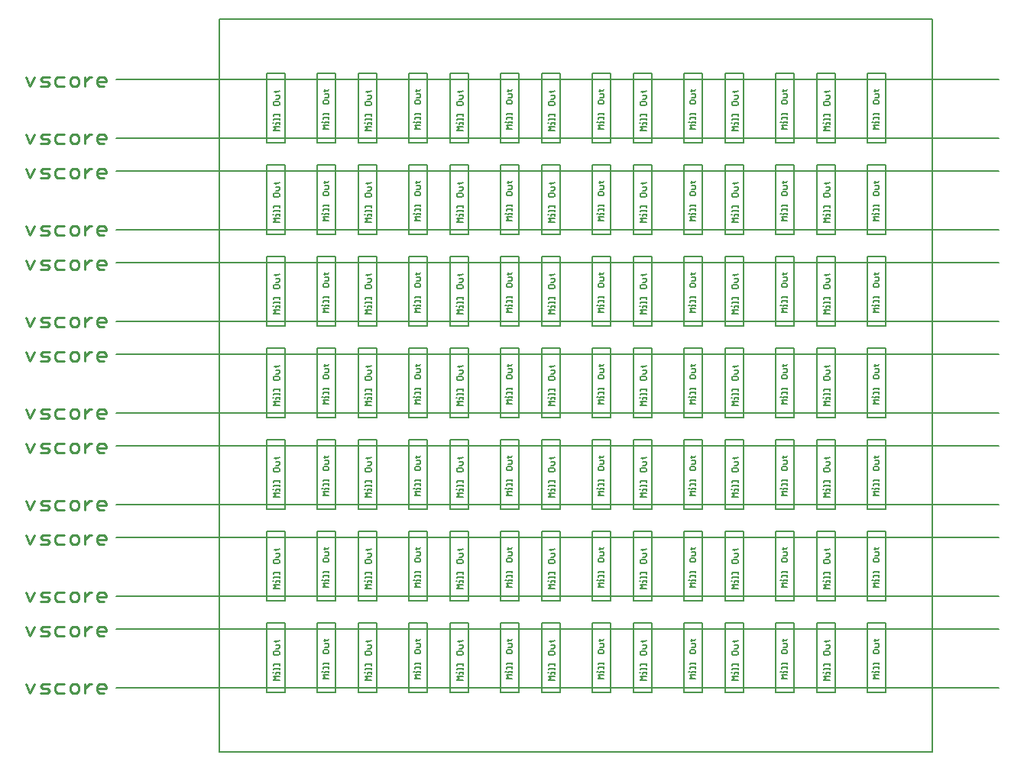
<source format=gko>
G75*
%MOIN*%
%OFA0B0*%
%FSLAX25Y25*%
%IPPOS*%
%LPD*%
%AMOC8*
5,1,8,0,0,1.08239X$1,22.5*
%
%ADD10C,0.00600*%
%ADD11C,0.01100*%
%ADD12C,0.00500*%
%ADD13C,0.00800*%
D10*
X0109081Y0027148D02*
X0109081Y0057648D01*
X0117181Y0057648D01*
X0117181Y0055148D01*
X0117192Y0054943D02*
X0130971Y0054943D01*
X0130971Y0029353D01*
X0117192Y0029353D01*
X0117192Y0054943D01*
X0117181Y0067148D02*
X0109081Y0067148D01*
X0109081Y0097648D01*
X0117181Y0097648D01*
X0117181Y0095148D01*
X0117192Y0094943D02*
X0130971Y0094943D01*
X0130971Y0069353D01*
X0117192Y0069353D01*
X0117192Y0094943D01*
X0130981Y0095148D02*
X0130981Y0097648D01*
X0139081Y0097648D01*
X0139081Y0067148D01*
X0130981Y0067148D01*
X0130981Y0069148D01*
X0117181Y0069148D02*
X0117181Y0067148D01*
X0130981Y0057648D02*
X0139081Y0057648D01*
X0139081Y0027148D01*
X0130981Y0027148D01*
X0130981Y0029148D01*
X0117181Y0029148D02*
X0117181Y0027148D01*
X0109081Y0027148D01*
X0130981Y0055148D02*
X0130981Y0057648D01*
X0149081Y0057648D02*
X0157181Y0057648D01*
X0157181Y0055148D01*
X0157192Y0054943D02*
X0170971Y0054943D01*
X0170971Y0029353D01*
X0157192Y0029353D01*
X0157192Y0054943D01*
X0149081Y0057648D02*
X0149081Y0027148D01*
X0157181Y0027148D01*
X0157181Y0029148D01*
X0170981Y0029148D02*
X0170981Y0027148D01*
X0179081Y0027148D01*
X0179081Y0057648D01*
X0170981Y0057648D01*
X0170981Y0055148D01*
X0170981Y0067148D02*
X0179081Y0067148D01*
X0179081Y0097648D01*
X0170981Y0097648D01*
X0170981Y0095148D01*
X0170971Y0094943D02*
X0170971Y0069353D01*
X0157192Y0069353D01*
X0157192Y0094943D01*
X0170971Y0094943D01*
X0157181Y0095148D02*
X0157181Y0097648D01*
X0149081Y0097648D01*
X0149081Y0067148D01*
X0157181Y0067148D01*
X0157181Y0069148D01*
X0170981Y0069148D02*
X0170981Y0067148D01*
X0189081Y0067148D02*
X0189081Y0097648D01*
X0197181Y0097648D01*
X0197181Y0095148D01*
X0197192Y0094943D02*
X0210971Y0094943D01*
X0210971Y0069353D01*
X0197192Y0069353D01*
X0197192Y0094943D01*
X0197181Y0107148D02*
X0189081Y0107148D01*
X0189081Y0137648D01*
X0197181Y0137648D01*
X0197181Y0135148D01*
X0197192Y0134943D02*
X0210971Y0134943D01*
X0210971Y0109353D01*
X0197192Y0109353D01*
X0197192Y0134943D01*
X0197181Y0147148D02*
X0189081Y0147148D01*
X0189081Y0177648D01*
X0197181Y0177648D01*
X0197181Y0175148D01*
X0197192Y0174943D02*
X0210971Y0174943D01*
X0210971Y0149353D01*
X0197192Y0149353D01*
X0197192Y0174943D01*
X0197181Y0187148D02*
X0189081Y0187148D01*
X0189081Y0217648D01*
X0197181Y0217648D01*
X0197181Y0215148D01*
X0197192Y0214943D02*
X0210971Y0214943D01*
X0210971Y0189353D01*
X0197192Y0189353D01*
X0197192Y0214943D01*
X0197181Y0227148D02*
X0189081Y0227148D01*
X0189081Y0257648D01*
X0197181Y0257648D01*
X0197181Y0255148D01*
X0197192Y0254943D02*
X0210971Y0254943D01*
X0210971Y0229353D01*
X0197192Y0229353D01*
X0197192Y0254943D01*
X0197181Y0267148D02*
X0189081Y0267148D01*
X0189081Y0297648D01*
X0197181Y0297648D01*
X0197181Y0295148D01*
X0197192Y0294943D02*
X0210971Y0294943D01*
X0210971Y0269353D01*
X0197192Y0269353D01*
X0197192Y0294943D01*
X0210981Y0295148D02*
X0210981Y0297648D01*
X0219081Y0297648D01*
X0219081Y0267148D01*
X0210981Y0267148D01*
X0210981Y0269148D01*
X0210981Y0257648D02*
X0219081Y0257648D01*
X0219081Y0227148D01*
X0210981Y0227148D01*
X0210981Y0229148D01*
X0210981Y0217648D02*
X0219081Y0217648D01*
X0219081Y0187148D01*
X0210981Y0187148D01*
X0210981Y0189148D01*
X0210981Y0177648D02*
X0219081Y0177648D01*
X0219081Y0147148D01*
X0210981Y0147148D01*
X0210981Y0149148D01*
X0210981Y0137648D02*
X0219081Y0137648D01*
X0219081Y0107148D01*
X0210981Y0107148D01*
X0210981Y0109148D01*
X0210981Y0097648D02*
X0219081Y0097648D01*
X0219081Y0067148D01*
X0210981Y0067148D01*
X0210981Y0069148D01*
X0210981Y0057648D02*
X0219081Y0057648D01*
X0219081Y0027148D01*
X0210981Y0027148D01*
X0210981Y0029148D01*
X0210971Y0029353D02*
X0210971Y0054943D01*
X0197192Y0054943D01*
X0197192Y0029353D01*
X0210971Y0029353D01*
X0197181Y0029148D02*
X0197181Y0027148D01*
X0189081Y0027148D01*
X0189081Y0057648D01*
X0197181Y0057648D01*
X0197181Y0055148D01*
X0197181Y0067148D02*
X0189081Y0067148D01*
X0197181Y0067148D02*
X0197181Y0069148D01*
X0210981Y0057648D02*
X0210981Y0055148D01*
X0229081Y0057648D02*
X0237181Y0057648D01*
X0237181Y0055148D01*
X0237192Y0054943D02*
X0250971Y0054943D01*
X0250971Y0029353D01*
X0237192Y0029353D01*
X0237192Y0054943D01*
X0229081Y0057648D02*
X0229081Y0027148D01*
X0237181Y0027148D01*
X0237181Y0029148D01*
X0250981Y0029148D02*
X0250981Y0027148D01*
X0259081Y0027148D01*
X0259081Y0057648D01*
X0250981Y0057648D01*
X0250981Y0055148D01*
X0250981Y0067148D02*
X0259081Y0067148D01*
X0259081Y0097648D01*
X0250981Y0097648D01*
X0250981Y0095148D01*
X0250971Y0094943D02*
X0250971Y0069353D01*
X0237192Y0069353D01*
X0237192Y0094943D01*
X0250971Y0094943D01*
X0237181Y0095148D02*
X0237181Y0097648D01*
X0229081Y0097648D01*
X0229081Y0067148D01*
X0237181Y0067148D01*
X0237181Y0069148D01*
X0250981Y0069148D02*
X0250981Y0067148D01*
X0269081Y0067148D02*
X0269081Y0097648D01*
X0277181Y0097648D01*
X0277181Y0095148D01*
X0277192Y0094943D02*
X0290971Y0094943D01*
X0290971Y0069353D01*
X0277192Y0069353D01*
X0277192Y0094943D01*
X0290981Y0095148D02*
X0290981Y0097648D01*
X0299081Y0097648D01*
X0299081Y0067148D01*
X0290981Y0067148D01*
X0290981Y0069148D01*
X0277181Y0069148D02*
X0277181Y0067148D01*
X0269081Y0067148D01*
X0269081Y0057648D02*
X0277181Y0057648D01*
X0277181Y0055148D01*
X0277192Y0054943D02*
X0290971Y0054943D01*
X0290971Y0029353D01*
X0277192Y0029353D01*
X0277192Y0054943D01*
X0269081Y0057648D02*
X0269081Y0027148D01*
X0277181Y0027148D01*
X0277181Y0029148D01*
X0290981Y0029148D02*
X0290981Y0027148D01*
X0299081Y0027148D01*
X0299081Y0057648D01*
X0290981Y0057648D01*
X0290981Y0055148D01*
X0309081Y0057648D02*
X0317181Y0057648D01*
X0317181Y0055148D01*
X0317192Y0054943D02*
X0330971Y0054943D01*
X0330971Y0029353D01*
X0317192Y0029353D01*
X0317192Y0054943D01*
X0309081Y0057648D02*
X0309081Y0027148D01*
X0317181Y0027148D01*
X0317181Y0029148D01*
X0330981Y0029148D02*
X0330981Y0027148D01*
X0339081Y0027148D01*
X0339081Y0057648D01*
X0330981Y0057648D01*
X0330981Y0055148D01*
X0330981Y0067148D02*
X0339081Y0067148D01*
X0339081Y0097648D01*
X0330981Y0097648D01*
X0330981Y0095148D01*
X0330971Y0094943D02*
X0330971Y0069353D01*
X0317192Y0069353D01*
X0317192Y0094943D01*
X0330971Y0094943D01*
X0330981Y0107148D02*
X0339081Y0107148D01*
X0339081Y0137648D01*
X0330981Y0137648D01*
X0330981Y0135148D01*
X0330971Y0134943D02*
X0330971Y0109353D01*
X0317192Y0109353D01*
X0317192Y0134943D01*
X0330971Y0134943D01*
X0330981Y0147148D02*
X0339081Y0147148D01*
X0339081Y0177648D01*
X0330981Y0177648D01*
X0330981Y0175148D01*
X0330971Y0174943D02*
X0330971Y0149353D01*
X0317192Y0149353D01*
X0317192Y0174943D01*
X0330971Y0174943D01*
X0330981Y0187148D02*
X0339081Y0187148D01*
X0339081Y0217648D01*
X0330981Y0217648D01*
X0330981Y0215148D01*
X0330971Y0214943D02*
X0330971Y0189353D01*
X0317192Y0189353D01*
X0317192Y0214943D01*
X0330971Y0214943D01*
X0330981Y0227148D02*
X0339081Y0227148D01*
X0339081Y0257648D01*
X0330981Y0257648D01*
X0330981Y0255148D01*
X0330971Y0254943D02*
X0330971Y0229353D01*
X0317192Y0229353D01*
X0317192Y0254943D01*
X0330971Y0254943D01*
X0330981Y0267148D02*
X0339081Y0267148D01*
X0339081Y0297648D01*
X0330981Y0297648D01*
X0330981Y0295148D01*
X0330971Y0294943D02*
X0330971Y0269353D01*
X0317192Y0269353D01*
X0317192Y0294943D01*
X0330971Y0294943D01*
X0317181Y0295148D02*
X0317181Y0297648D01*
X0309081Y0297648D01*
X0309081Y0267148D01*
X0317181Y0267148D01*
X0317181Y0269148D01*
X0317181Y0257648D02*
X0309081Y0257648D01*
X0309081Y0227148D01*
X0317181Y0227148D01*
X0317181Y0229148D01*
X0317181Y0217648D02*
X0309081Y0217648D01*
X0309081Y0187148D01*
X0317181Y0187148D01*
X0317181Y0189148D01*
X0317181Y0177648D02*
X0309081Y0177648D01*
X0309081Y0147148D01*
X0317181Y0147148D01*
X0317181Y0149148D01*
X0317181Y0137648D02*
X0309081Y0137648D01*
X0309081Y0107148D01*
X0317181Y0107148D01*
X0317181Y0109148D01*
X0317181Y0097648D02*
X0309081Y0097648D01*
X0309081Y0067148D01*
X0317181Y0067148D01*
X0317181Y0069148D01*
X0330981Y0069148D02*
X0330981Y0067148D01*
X0349081Y0067148D02*
X0349081Y0097648D01*
X0357181Y0097648D01*
X0357181Y0095148D01*
X0357192Y0094943D02*
X0370971Y0094943D01*
X0370971Y0069353D01*
X0357192Y0069353D01*
X0357192Y0094943D01*
X0370981Y0095148D02*
X0370981Y0097648D01*
X0379081Y0097648D01*
X0379081Y0067148D01*
X0370981Y0067148D01*
X0370981Y0069148D01*
X0357181Y0069148D02*
X0357181Y0067148D01*
X0349081Y0067148D01*
X0349081Y0057648D02*
X0357181Y0057648D01*
X0357181Y0055148D01*
X0357192Y0054943D02*
X0370971Y0054943D01*
X0370971Y0029353D01*
X0357192Y0029353D01*
X0357192Y0054943D01*
X0349081Y0057648D02*
X0349081Y0027148D01*
X0357181Y0027148D01*
X0357181Y0029148D01*
X0370981Y0029148D02*
X0370981Y0027148D01*
X0379081Y0027148D01*
X0379081Y0057648D01*
X0370981Y0057648D01*
X0370981Y0055148D01*
X0317181Y0095148D02*
X0317181Y0097648D01*
X0330981Y0107148D02*
X0330981Y0109148D01*
X0349081Y0107148D02*
X0349081Y0137648D01*
X0357181Y0137648D01*
X0357181Y0135148D01*
X0357192Y0134943D02*
X0370971Y0134943D01*
X0370971Y0109353D01*
X0357192Y0109353D01*
X0357192Y0134943D01*
X0370981Y0135148D02*
X0370981Y0137648D01*
X0379081Y0137648D01*
X0379081Y0107148D01*
X0370981Y0107148D01*
X0370981Y0109148D01*
X0357181Y0109148D02*
X0357181Y0107148D01*
X0349081Y0107148D01*
X0317181Y0135148D02*
X0317181Y0137648D01*
X0330981Y0147148D02*
X0330981Y0149148D01*
X0349081Y0147148D02*
X0349081Y0177648D01*
X0357181Y0177648D01*
X0357181Y0175148D01*
X0357192Y0174943D02*
X0370971Y0174943D01*
X0370971Y0149353D01*
X0357192Y0149353D01*
X0357192Y0174943D01*
X0357181Y0187148D02*
X0349081Y0187148D01*
X0349081Y0217648D01*
X0357181Y0217648D01*
X0357181Y0215148D01*
X0357192Y0214943D02*
X0370971Y0214943D01*
X0370971Y0189353D01*
X0357192Y0189353D01*
X0357192Y0214943D01*
X0370981Y0215148D02*
X0370981Y0217648D01*
X0379081Y0217648D01*
X0379081Y0187148D01*
X0370981Y0187148D01*
X0370981Y0189148D01*
X0370981Y0177648D02*
X0379081Y0177648D01*
X0379081Y0147148D01*
X0370981Y0147148D01*
X0370981Y0149148D01*
X0357181Y0149148D02*
X0357181Y0147148D01*
X0349081Y0147148D01*
X0370981Y0175148D02*
X0370981Y0177648D01*
X0357181Y0187148D02*
X0357181Y0189148D01*
X0330981Y0189148D02*
X0330981Y0187148D01*
X0317181Y0177648D02*
X0317181Y0175148D01*
X0299081Y0177648D02*
X0290981Y0177648D01*
X0290981Y0175148D01*
X0290971Y0174943D02*
X0290971Y0149353D01*
X0277192Y0149353D01*
X0277192Y0174943D01*
X0290971Y0174943D01*
X0299081Y0177648D02*
X0299081Y0147148D01*
X0290981Y0147148D01*
X0290981Y0149148D01*
X0277181Y0149148D02*
X0277181Y0147148D01*
X0269081Y0147148D01*
X0269081Y0177648D01*
X0277181Y0177648D01*
X0277181Y0175148D01*
X0277181Y0187148D02*
X0269081Y0187148D01*
X0269081Y0217648D01*
X0277181Y0217648D01*
X0277181Y0215148D01*
X0277192Y0214943D02*
X0290971Y0214943D01*
X0290971Y0189353D01*
X0277192Y0189353D01*
X0277192Y0214943D01*
X0290981Y0215148D02*
X0290981Y0217648D01*
X0299081Y0217648D01*
X0299081Y0187148D01*
X0290981Y0187148D01*
X0290981Y0189148D01*
X0277181Y0189148D02*
X0277181Y0187148D01*
X0259081Y0187148D02*
X0250981Y0187148D01*
X0250981Y0189148D01*
X0250971Y0189353D02*
X0250971Y0214943D01*
X0237192Y0214943D01*
X0237192Y0189353D01*
X0250971Y0189353D01*
X0259081Y0187148D02*
X0259081Y0217648D01*
X0250981Y0217648D01*
X0250981Y0215148D01*
X0237181Y0215148D02*
X0237181Y0217648D01*
X0229081Y0217648D01*
X0229081Y0187148D01*
X0237181Y0187148D01*
X0237181Y0189148D01*
X0237181Y0177648D02*
X0229081Y0177648D01*
X0229081Y0147148D01*
X0237181Y0147148D01*
X0237181Y0149148D01*
X0237192Y0149353D02*
X0237192Y0174943D01*
X0250971Y0174943D01*
X0250971Y0149353D01*
X0237192Y0149353D01*
X0250981Y0149148D02*
X0250981Y0147148D01*
X0259081Y0147148D01*
X0259081Y0177648D01*
X0250981Y0177648D01*
X0250981Y0175148D01*
X0237181Y0175148D02*
X0237181Y0177648D01*
X0210981Y0177648D02*
X0210981Y0175148D01*
X0197181Y0187148D02*
X0197181Y0189148D01*
X0179081Y0187148D02*
X0170981Y0187148D01*
X0170981Y0189148D01*
X0170971Y0189353D02*
X0170971Y0214943D01*
X0157192Y0214943D01*
X0157192Y0189353D01*
X0170971Y0189353D01*
X0179081Y0187148D02*
X0179081Y0217648D01*
X0170981Y0217648D01*
X0170981Y0215148D01*
X0157181Y0215148D02*
X0157181Y0217648D01*
X0149081Y0217648D01*
X0149081Y0187148D01*
X0157181Y0187148D01*
X0157181Y0189148D01*
X0157181Y0177648D02*
X0149081Y0177648D01*
X0149081Y0147148D01*
X0157181Y0147148D01*
X0157181Y0149148D01*
X0157192Y0149353D02*
X0157192Y0174943D01*
X0170971Y0174943D01*
X0170971Y0149353D01*
X0157192Y0149353D01*
X0170981Y0149148D02*
X0170981Y0147148D01*
X0179081Y0147148D01*
X0179081Y0177648D01*
X0170981Y0177648D01*
X0170981Y0175148D01*
X0157181Y0175148D02*
X0157181Y0177648D01*
X0139081Y0177648D02*
X0130981Y0177648D01*
X0130981Y0175148D01*
X0130971Y0174943D02*
X0130971Y0149353D01*
X0117192Y0149353D01*
X0117192Y0174943D01*
X0130971Y0174943D01*
X0139081Y0177648D02*
X0139081Y0147148D01*
X0130981Y0147148D01*
X0130981Y0149148D01*
X0117181Y0149148D02*
X0117181Y0147148D01*
X0109081Y0147148D01*
X0109081Y0177648D01*
X0117181Y0177648D01*
X0117181Y0175148D01*
X0117181Y0187148D02*
X0109081Y0187148D01*
X0109081Y0217648D01*
X0117181Y0217648D01*
X0117181Y0215148D01*
X0117192Y0214943D02*
X0130971Y0214943D01*
X0130971Y0189353D01*
X0117192Y0189353D01*
X0117192Y0214943D01*
X0130981Y0215148D02*
X0130981Y0217648D01*
X0139081Y0217648D01*
X0139081Y0187148D01*
X0130981Y0187148D01*
X0130981Y0189148D01*
X0117181Y0189148D02*
X0117181Y0187148D01*
X0117181Y0227148D02*
X0109081Y0227148D01*
X0109081Y0257648D01*
X0117181Y0257648D01*
X0117181Y0255148D01*
X0117192Y0254943D02*
X0130971Y0254943D01*
X0130971Y0229353D01*
X0117192Y0229353D01*
X0117192Y0254943D01*
X0130981Y0255148D02*
X0130981Y0257648D01*
X0139081Y0257648D01*
X0139081Y0227148D01*
X0130981Y0227148D01*
X0130981Y0229148D01*
X0117181Y0229148D02*
X0117181Y0227148D01*
X0149081Y0227148D02*
X0149081Y0257648D01*
X0157181Y0257648D01*
X0157181Y0255148D01*
X0157192Y0254943D02*
X0170971Y0254943D01*
X0170971Y0229353D01*
X0157192Y0229353D01*
X0157192Y0254943D01*
X0170981Y0255148D02*
X0170981Y0257648D01*
X0179081Y0257648D01*
X0179081Y0227148D01*
X0170981Y0227148D01*
X0170981Y0229148D01*
X0157181Y0229148D02*
X0157181Y0227148D01*
X0149081Y0227148D01*
X0197181Y0227148D02*
X0197181Y0229148D01*
X0210981Y0217648D02*
X0210981Y0215148D01*
X0229081Y0227148D02*
X0229081Y0257648D01*
X0237181Y0257648D01*
X0237181Y0255148D01*
X0237192Y0254943D02*
X0250971Y0254943D01*
X0250971Y0229353D01*
X0237192Y0229353D01*
X0237192Y0254943D01*
X0250981Y0255148D02*
X0250981Y0257648D01*
X0259081Y0257648D01*
X0259081Y0227148D01*
X0250981Y0227148D01*
X0250981Y0229148D01*
X0237181Y0229148D02*
X0237181Y0227148D01*
X0229081Y0227148D01*
X0210981Y0255148D02*
X0210981Y0257648D01*
X0197181Y0267148D02*
X0197181Y0269148D01*
X0179081Y0267148D02*
X0170981Y0267148D01*
X0170981Y0269148D01*
X0170971Y0269353D02*
X0170971Y0294943D01*
X0157192Y0294943D01*
X0157192Y0269353D01*
X0170971Y0269353D01*
X0179081Y0267148D02*
X0179081Y0297648D01*
X0170981Y0297648D01*
X0170981Y0295148D01*
X0157181Y0295148D02*
X0157181Y0297648D01*
X0149081Y0297648D01*
X0149081Y0267148D01*
X0157181Y0267148D01*
X0157181Y0269148D01*
X0139081Y0267148D02*
X0130981Y0267148D01*
X0130981Y0269148D01*
X0130971Y0269353D02*
X0130971Y0294943D01*
X0117192Y0294943D01*
X0117192Y0269353D01*
X0130971Y0269353D01*
X0139081Y0267148D02*
X0139081Y0297648D01*
X0130981Y0297648D01*
X0130981Y0295148D01*
X0117181Y0295148D02*
X0117181Y0297648D01*
X0109081Y0297648D01*
X0109081Y0267148D01*
X0117181Y0267148D01*
X0117181Y0269148D01*
X0229081Y0267148D02*
X0229081Y0297648D01*
X0237181Y0297648D01*
X0237181Y0295148D01*
X0237192Y0294943D02*
X0250971Y0294943D01*
X0250971Y0269353D01*
X0237192Y0269353D01*
X0237192Y0294943D01*
X0250981Y0295148D02*
X0250981Y0297648D01*
X0259081Y0297648D01*
X0259081Y0267148D01*
X0250981Y0267148D01*
X0250981Y0269148D01*
X0237181Y0269148D02*
X0237181Y0267148D01*
X0229081Y0267148D01*
X0269081Y0267148D02*
X0269081Y0297648D01*
X0277181Y0297648D01*
X0277181Y0295148D01*
X0277192Y0294943D02*
X0290971Y0294943D01*
X0290971Y0269353D01*
X0277192Y0269353D01*
X0277192Y0294943D01*
X0290981Y0295148D02*
X0290981Y0297648D01*
X0299081Y0297648D01*
X0299081Y0267148D01*
X0290981Y0267148D01*
X0290981Y0269148D01*
X0277181Y0269148D02*
X0277181Y0267148D01*
X0269081Y0267148D01*
X0269081Y0257648D02*
X0277181Y0257648D01*
X0277181Y0255148D01*
X0277192Y0254943D02*
X0290971Y0254943D01*
X0290971Y0229353D01*
X0277192Y0229353D01*
X0277192Y0254943D01*
X0269081Y0257648D02*
X0269081Y0227148D01*
X0277181Y0227148D01*
X0277181Y0229148D01*
X0290981Y0229148D02*
X0290981Y0227148D01*
X0299081Y0227148D01*
X0299081Y0257648D01*
X0290981Y0257648D01*
X0290981Y0255148D01*
X0317181Y0255148D02*
X0317181Y0257648D01*
X0330981Y0267148D02*
X0330981Y0269148D01*
X0349081Y0267148D02*
X0349081Y0297648D01*
X0357181Y0297648D01*
X0357181Y0295148D01*
X0357192Y0294943D02*
X0370971Y0294943D01*
X0370971Y0269353D01*
X0357192Y0269353D01*
X0357192Y0294943D01*
X0370981Y0295148D02*
X0370981Y0297648D01*
X0379081Y0297648D01*
X0379081Y0267148D01*
X0370981Y0267148D01*
X0370981Y0269148D01*
X0357181Y0269148D02*
X0357181Y0267148D01*
X0349081Y0267148D01*
X0349081Y0257648D02*
X0357181Y0257648D01*
X0357181Y0255148D01*
X0357192Y0254943D02*
X0370971Y0254943D01*
X0370971Y0229353D01*
X0357192Y0229353D01*
X0357192Y0254943D01*
X0349081Y0257648D02*
X0349081Y0227148D01*
X0357181Y0227148D01*
X0357181Y0229148D01*
X0370981Y0229148D02*
X0370981Y0227148D01*
X0379081Y0227148D01*
X0379081Y0257648D01*
X0370981Y0257648D01*
X0370981Y0255148D01*
X0330981Y0229148D02*
X0330981Y0227148D01*
X0317181Y0217648D02*
X0317181Y0215148D01*
X0299081Y0137648D02*
X0290981Y0137648D01*
X0290981Y0135148D01*
X0290971Y0134943D02*
X0290971Y0109353D01*
X0277192Y0109353D01*
X0277192Y0134943D01*
X0290971Y0134943D01*
X0299081Y0137648D02*
X0299081Y0107148D01*
X0290981Y0107148D01*
X0290981Y0109148D01*
X0277181Y0109148D02*
X0277181Y0107148D01*
X0269081Y0107148D01*
X0269081Y0137648D01*
X0277181Y0137648D01*
X0277181Y0135148D01*
X0259081Y0137648D02*
X0250981Y0137648D01*
X0250981Y0135148D01*
X0250971Y0134943D02*
X0250971Y0109353D01*
X0237192Y0109353D01*
X0237192Y0134943D01*
X0250971Y0134943D01*
X0259081Y0137648D02*
X0259081Y0107148D01*
X0250981Y0107148D01*
X0250981Y0109148D01*
X0237181Y0109148D02*
X0237181Y0107148D01*
X0229081Y0107148D01*
X0229081Y0137648D01*
X0237181Y0137648D01*
X0237181Y0135148D01*
X0210981Y0135148D02*
X0210981Y0137648D01*
X0197181Y0147148D02*
X0197181Y0149148D01*
X0179081Y0137648D02*
X0170981Y0137648D01*
X0170981Y0135148D01*
X0170971Y0134943D02*
X0170971Y0109353D01*
X0157192Y0109353D01*
X0157192Y0134943D01*
X0170971Y0134943D01*
X0179081Y0137648D02*
X0179081Y0107148D01*
X0170981Y0107148D01*
X0170981Y0109148D01*
X0157181Y0109148D02*
X0157181Y0107148D01*
X0149081Y0107148D01*
X0149081Y0137648D01*
X0157181Y0137648D01*
X0157181Y0135148D01*
X0139081Y0137648D02*
X0130981Y0137648D01*
X0130981Y0135148D01*
X0130971Y0134943D02*
X0130971Y0109353D01*
X0117192Y0109353D01*
X0117192Y0134943D01*
X0130971Y0134943D01*
X0139081Y0137648D02*
X0139081Y0107148D01*
X0130981Y0107148D01*
X0130981Y0109148D01*
X0117181Y0109148D02*
X0117181Y0107148D01*
X0109081Y0107148D01*
X0109081Y0137648D01*
X0117181Y0137648D01*
X0117181Y0135148D01*
X0197181Y0109148D02*
X0197181Y0107148D01*
X0210981Y0097648D02*
X0210981Y0095148D01*
D11*
X0007820Y0030887D02*
X0005852Y0026950D01*
X0003883Y0030887D01*
X0010329Y0029903D02*
X0011313Y0028918D01*
X0013281Y0028918D01*
X0014266Y0027934D01*
X0013281Y0026950D01*
X0010329Y0026950D01*
X0010329Y0029903D02*
X0011313Y0030887D01*
X0014266Y0030887D01*
X0016774Y0029903D02*
X0016774Y0027934D01*
X0017758Y0026950D01*
X0020711Y0026950D01*
X0023220Y0027934D02*
X0023220Y0029903D01*
X0024204Y0030887D01*
X0026172Y0030887D01*
X0027157Y0029903D01*
X0027157Y0027934D01*
X0026172Y0026950D01*
X0024204Y0026950D01*
X0023220Y0027934D01*
X0020711Y0030887D02*
X0017758Y0030887D01*
X0016774Y0029903D01*
X0029665Y0030887D02*
X0029665Y0026950D01*
X0029665Y0028918D02*
X0031634Y0030887D01*
X0032618Y0030887D01*
X0035037Y0029903D02*
X0035037Y0027934D01*
X0036021Y0026950D01*
X0037989Y0026950D01*
X0038973Y0028918D02*
X0035037Y0028918D01*
X0035037Y0029903D02*
X0036021Y0030887D01*
X0037989Y0030887D01*
X0038973Y0029903D01*
X0038973Y0028918D01*
X0037989Y0051950D02*
X0036021Y0051950D01*
X0035037Y0052934D01*
X0035037Y0054903D01*
X0036021Y0055887D01*
X0037989Y0055887D01*
X0038973Y0054903D01*
X0038973Y0053918D01*
X0035037Y0053918D01*
X0032618Y0055887D02*
X0031634Y0055887D01*
X0029665Y0053918D01*
X0029665Y0051950D02*
X0029665Y0055887D01*
X0027157Y0054903D02*
X0026172Y0055887D01*
X0024204Y0055887D01*
X0023220Y0054903D01*
X0023220Y0052934D01*
X0024204Y0051950D01*
X0026172Y0051950D01*
X0027157Y0052934D01*
X0027157Y0054903D01*
X0020711Y0055887D02*
X0017758Y0055887D01*
X0016774Y0054903D01*
X0016774Y0052934D01*
X0017758Y0051950D01*
X0020711Y0051950D01*
X0014266Y0052934D02*
X0013281Y0053918D01*
X0011313Y0053918D01*
X0010329Y0054903D01*
X0011313Y0055887D01*
X0014266Y0055887D01*
X0014266Y0052934D02*
X0013281Y0051950D01*
X0010329Y0051950D01*
X0005852Y0051950D02*
X0007820Y0055887D01*
X0003883Y0055887D02*
X0005852Y0051950D01*
X0005852Y0066950D02*
X0007820Y0070887D01*
X0010329Y0069903D02*
X0011313Y0070887D01*
X0014266Y0070887D01*
X0013281Y0068918D02*
X0011313Y0068918D01*
X0010329Y0069903D01*
X0010329Y0066950D02*
X0013281Y0066950D01*
X0014266Y0067934D01*
X0013281Y0068918D01*
X0016774Y0067934D02*
X0017758Y0066950D01*
X0020711Y0066950D01*
X0023220Y0067934D02*
X0024204Y0066950D01*
X0026172Y0066950D01*
X0027157Y0067934D01*
X0027157Y0069903D01*
X0026172Y0070887D01*
X0024204Y0070887D01*
X0023220Y0069903D01*
X0023220Y0067934D01*
X0020711Y0070887D02*
X0017758Y0070887D01*
X0016774Y0069903D01*
X0016774Y0067934D01*
X0005852Y0066950D02*
X0003883Y0070887D01*
X0029665Y0070887D02*
X0029665Y0066950D01*
X0029665Y0068918D02*
X0031634Y0070887D01*
X0032618Y0070887D01*
X0035037Y0069903D02*
X0036021Y0070887D01*
X0037989Y0070887D01*
X0038973Y0069903D01*
X0038973Y0068918D01*
X0035037Y0068918D01*
X0035037Y0067934D02*
X0035037Y0069903D01*
X0035037Y0067934D02*
X0036021Y0066950D01*
X0037989Y0066950D01*
X0037989Y0091950D02*
X0036021Y0091950D01*
X0035037Y0092934D01*
X0035037Y0094903D01*
X0036021Y0095887D01*
X0037989Y0095887D01*
X0038973Y0094903D01*
X0038973Y0093918D01*
X0035037Y0093918D01*
X0032618Y0095887D02*
X0031634Y0095887D01*
X0029665Y0093918D01*
X0029665Y0091950D02*
X0029665Y0095887D01*
X0027157Y0094903D02*
X0026172Y0095887D01*
X0024204Y0095887D01*
X0023220Y0094903D01*
X0023220Y0092934D01*
X0024204Y0091950D01*
X0026172Y0091950D01*
X0027157Y0092934D01*
X0027157Y0094903D01*
X0020711Y0095887D02*
X0017758Y0095887D01*
X0016774Y0094903D01*
X0016774Y0092934D01*
X0017758Y0091950D01*
X0020711Y0091950D01*
X0014266Y0092934D02*
X0013281Y0093918D01*
X0011313Y0093918D01*
X0010329Y0094903D01*
X0011313Y0095887D01*
X0014266Y0095887D01*
X0014266Y0092934D02*
X0013281Y0091950D01*
X0010329Y0091950D01*
X0005852Y0091950D02*
X0007820Y0095887D01*
X0003883Y0095887D02*
X0005852Y0091950D01*
X0005852Y0106950D02*
X0007820Y0110887D01*
X0010329Y0109903D02*
X0011313Y0108918D01*
X0013281Y0108918D01*
X0014266Y0107934D01*
X0013281Y0106950D01*
X0010329Y0106950D01*
X0010329Y0109903D02*
X0011313Y0110887D01*
X0014266Y0110887D01*
X0016774Y0109903D02*
X0016774Y0107934D01*
X0017758Y0106950D01*
X0020711Y0106950D01*
X0023220Y0107934D02*
X0023220Y0109903D01*
X0024204Y0110887D01*
X0026172Y0110887D01*
X0027157Y0109903D01*
X0027157Y0107934D01*
X0026172Y0106950D01*
X0024204Y0106950D01*
X0023220Y0107934D01*
X0020711Y0110887D02*
X0017758Y0110887D01*
X0016774Y0109903D01*
X0005852Y0106950D02*
X0003883Y0110887D01*
X0005852Y0131950D02*
X0007820Y0135887D01*
X0010329Y0134903D02*
X0011313Y0135887D01*
X0014266Y0135887D01*
X0013281Y0133918D02*
X0011313Y0133918D01*
X0010329Y0134903D01*
X0010329Y0131950D02*
X0013281Y0131950D01*
X0014266Y0132934D01*
X0013281Y0133918D01*
X0016774Y0132934D02*
X0017758Y0131950D01*
X0020711Y0131950D01*
X0023220Y0132934D02*
X0024204Y0131950D01*
X0026172Y0131950D01*
X0027157Y0132934D01*
X0027157Y0134903D01*
X0026172Y0135887D01*
X0024204Y0135887D01*
X0023220Y0134903D01*
X0023220Y0132934D01*
X0020711Y0135887D02*
X0017758Y0135887D01*
X0016774Y0134903D01*
X0016774Y0132934D01*
X0005852Y0131950D02*
X0003883Y0135887D01*
X0005852Y0146950D02*
X0007820Y0150887D01*
X0010329Y0149903D02*
X0011313Y0150887D01*
X0014266Y0150887D01*
X0013281Y0148918D02*
X0011313Y0148918D01*
X0010329Y0149903D01*
X0010329Y0146950D02*
X0013281Y0146950D01*
X0014266Y0147934D01*
X0013281Y0148918D01*
X0016774Y0147934D02*
X0016774Y0149903D01*
X0017758Y0150887D01*
X0020711Y0150887D01*
X0023220Y0149903D02*
X0023220Y0147934D01*
X0024204Y0146950D01*
X0026172Y0146950D01*
X0027157Y0147934D01*
X0027157Y0149903D01*
X0026172Y0150887D01*
X0024204Y0150887D01*
X0023220Y0149903D01*
X0020711Y0146950D02*
X0017758Y0146950D01*
X0016774Y0147934D01*
X0005852Y0146950D02*
X0003883Y0150887D01*
X0029665Y0150887D02*
X0029665Y0146950D01*
X0029665Y0148918D02*
X0031634Y0150887D01*
X0032618Y0150887D01*
X0035037Y0149903D02*
X0035037Y0147934D01*
X0036021Y0146950D01*
X0037989Y0146950D01*
X0038973Y0148918D02*
X0035037Y0148918D01*
X0035037Y0149903D02*
X0036021Y0150887D01*
X0037989Y0150887D01*
X0038973Y0149903D01*
X0038973Y0148918D01*
X0037989Y0135887D02*
X0038973Y0134903D01*
X0038973Y0133918D01*
X0035037Y0133918D01*
X0035037Y0132934D02*
X0035037Y0134903D01*
X0036021Y0135887D01*
X0037989Y0135887D01*
X0035037Y0132934D02*
X0036021Y0131950D01*
X0037989Y0131950D01*
X0032618Y0135887D02*
X0031634Y0135887D01*
X0029665Y0133918D01*
X0029665Y0131950D02*
X0029665Y0135887D01*
X0029665Y0110887D02*
X0029665Y0106950D01*
X0029665Y0108918D02*
X0031634Y0110887D01*
X0032618Y0110887D01*
X0035037Y0109903D02*
X0035037Y0107934D01*
X0036021Y0106950D01*
X0037989Y0106950D01*
X0038973Y0108918D02*
X0035037Y0108918D01*
X0035037Y0109903D02*
X0036021Y0110887D01*
X0037989Y0110887D01*
X0038973Y0109903D01*
X0038973Y0108918D01*
X0037989Y0171950D02*
X0036021Y0171950D01*
X0035037Y0172934D01*
X0035037Y0174903D01*
X0036021Y0175887D01*
X0037989Y0175887D01*
X0038973Y0174903D01*
X0038973Y0173918D01*
X0035037Y0173918D01*
X0032618Y0175887D02*
X0031634Y0175887D01*
X0029665Y0173918D01*
X0029665Y0171950D02*
X0029665Y0175887D01*
X0027157Y0174903D02*
X0026172Y0175887D01*
X0024204Y0175887D01*
X0023220Y0174903D01*
X0023220Y0172934D01*
X0024204Y0171950D01*
X0026172Y0171950D01*
X0027157Y0172934D01*
X0027157Y0174903D01*
X0020711Y0175887D02*
X0017758Y0175887D01*
X0016774Y0174903D01*
X0016774Y0172934D01*
X0017758Y0171950D01*
X0020711Y0171950D01*
X0014266Y0172934D02*
X0013281Y0173918D01*
X0011313Y0173918D01*
X0010329Y0174903D01*
X0011313Y0175887D01*
X0014266Y0175887D01*
X0014266Y0172934D02*
X0013281Y0171950D01*
X0010329Y0171950D01*
X0005852Y0171950D02*
X0007820Y0175887D01*
X0003883Y0175887D02*
X0005852Y0171950D01*
X0005852Y0186950D02*
X0007820Y0190887D01*
X0010329Y0189903D02*
X0011313Y0190887D01*
X0014266Y0190887D01*
X0013281Y0188918D02*
X0011313Y0188918D01*
X0010329Y0189903D01*
X0010329Y0186950D02*
X0013281Y0186950D01*
X0014266Y0187934D01*
X0013281Y0188918D01*
X0016774Y0187934D02*
X0017758Y0186950D01*
X0020711Y0186950D01*
X0023220Y0187934D02*
X0024204Y0186950D01*
X0026172Y0186950D01*
X0027157Y0187934D01*
X0027157Y0189903D01*
X0026172Y0190887D01*
X0024204Y0190887D01*
X0023220Y0189903D01*
X0023220Y0187934D01*
X0020711Y0190887D02*
X0017758Y0190887D01*
X0016774Y0189903D01*
X0016774Y0187934D01*
X0005852Y0186950D02*
X0003883Y0190887D01*
X0005852Y0211950D02*
X0007820Y0215887D01*
X0010329Y0214903D02*
X0011313Y0215887D01*
X0014266Y0215887D01*
X0013281Y0213918D02*
X0011313Y0213918D01*
X0010329Y0214903D01*
X0010329Y0211950D02*
X0013281Y0211950D01*
X0014266Y0212934D01*
X0013281Y0213918D01*
X0016774Y0212934D02*
X0016774Y0214903D01*
X0017758Y0215887D01*
X0020711Y0215887D01*
X0023220Y0214903D02*
X0023220Y0212934D01*
X0024204Y0211950D01*
X0026172Y0211950D01*
X0027157Y0212934D01*
X0027157Y0214903D01*
X0026172Y0215887D01*
X0024204Y0215887D01*
X0023220Y0214903D01*
X0020711Y0211950D02*
X0017758Y0211950D01*
X0016774Y0212934D01*
X0005852Y0211950D02*
X0003883Y0215887D01*
X0005852Y0226950D02*
X0007820Y0230887D01*
X0010329Y0229903D02*
X0011313Y0228918D01*
X0013281Y0228918D01*
X0014266Y0227934D01*
X0013281Y0226950D01*
X0010329Y0226950D01*
X0010329Y0229903D02*
X0011313Y0230887D01*
X0014266Y0230887D01*
X0016774Y0229903D02*
X0016774Y0227934D01*
X0017758Y0226950D01*
X0020711Y0226950D01*
X0023220Y0227934D02*
X0023220Y0229903D01*
X0024204Y0230887D01*
X0026172Y0230887D01*
X0027157Y0229903D01*
X0027157Y0227934D01*
X0026172Y0226950D01*
X0024204Y0226950D01*
X0023220Y0227934D01*
X0020711Y0230887D02*
X0017758Y0230887D01*
X0016774Y0229903D01*
X0005852Y0226950D02*
X0003883Y0230887D01*
X0029665Y0230887D02*
X0029665Y0226950D01*
X0029665Y0228918D02*
X0031634Y0230887D01*
X0032618Y0230887D01*
X0035037Y0229903D02*
X0035037Y0227934D01*
X0036021Y0226950D01*
X0037989Y0226950D01*
X0038973Y0228918D02*
X0035037Y0228918D01*
X0035037Y0229903D02*
X0036021Y0230887D01*
X0037989Y0230887D01*
X0038973Y0229903D01*
X0038973Y0228918D01*
X0037989Y0215887D02*
X0038973Y0214903D01*
X0038973Y0213918D01*
X0035037Y0213918D01*
X0035037Y0212934D02*
X0035037Y0214903D01*
X0036021Y0215887D01*
X0037989Y0215887D01*
X0037989Y0211950D02*
X0036021Y0211950D01*
X0035037Y0212934D01*
X0032618Y0215887D02*
X0031634Y0215887D01*
X0029665Y0213918D01*
X0029665Y0211950D02*
X0029665Y0215887D01*
X0029665Y0190887D02*
X0029665Y0186950D01*
X0029665Y0188918D02*
X0031634Y0190887D01*
X0032618Y0190887D01*
X0035037Y0189903D02*
X0036021Y0190887D01*
X0037989Y0190887D01*
X0038973Y0189903D01*
X0038973Y0188918D01*
X0035037Y0188918D01*
X0035037Y0187934D02*
X0035037Y0189903D01*
X0035037Y0187934D02*
X0036021Y0186950D01*
X0037989Y0186950D01*
X0037989Y0251950D02*
X0036021Y0251950D01*
X0035037Y0252934D01*
X0035037Y0254903D01*
X0036021Y0255887D01*
X0037989Y0255887D01*
X0038973Y0254903D01*
X0038973Y0253918D01*
X0035037Y0253918D01*
X0032618Y0255887D02*
X0031634Y0255887D01*
X0029665Y0253918D01*
X0029665Y0251950D02*
X0029665Y0255887D01*
X0027157Y0254903D02*
X0026172Y0255887D01*
X0024204Y0255887D01*
X0023220Y0254903D01*
X0023220Y0252934D01*
X0024204Y0251950D01*
X0026172Y0251950D01*
X0027157Y0252934D01*
X0027157Y0254903D01*
X0020711Y0255887D02*
X0017758Y0255887D01*
X0016774Y0254903D01*
X0016774Y0252934D01*
X0017758Y0251950D01*
X0020711Y0251950D01*
X0014266Y0252934D02*
X0013281Y0253918D01*
X0011313Y0253918D01*
X0010329Y0254903D01*
X0011313Y0255887D01*
X0014266Y0255887D01*
X0014266Y0252934D02*
X0013281Y0251950D01*
X0010329Y0251950D01*
X0005852Y0251950D02*
X0007820Y0255887D01*
X0003883Y0255887D02*
X0005852Y0251950D01*
X0005852Y0266950D02*
X0007820Y0270887D01*
X0010329Y0269903D02*
X0011313Y0270887D01*
X0014266Y0270887D01*
X0013281Y0268918D02*
X0011313Y0268918D01*
X0010329Y0269903D01*
X0010329Y0266950D02*
X0013281Y0266950D01*
X0014266Y0267934D01*
X0013281Y0268918D01*
X0016774Y0267934D02*
X0017758Y0266950D01*
X0020711Y0266950D01*
X0023220Y0267934D02*
X0024204Y0266950D01*
X0026172Y0266950D01*
X0027157Y0267934D01*
X0027157Y0269903D01*
X0026172Y0270887D01*
X0024204Y0270887D01*
X0023220Y0269903D01*
X0023220Y0267934D01*
X0020711Y0270887D02*
X0017758Y0270887D01*
X0016774Y0269903D01*
X0016774Y0267934D01*
X0005852Y0266950D02*
X0003883Y0270887D01*
X0029665Y0270887D02*
X0029665Y0266950D01*
X0029665Y0268918D02*
X0031634Y0270887D01*
X0032618Y0270887D01*
X0035037Y0269903D02*
X0036021Y0270887D01*
X0037989Y0270887D01*
X0038973Y0269903D01*
X0038973Y0268918D01*
X0035037Y0268918D01*
X0035037Y0267934D02*
X0035037Y0269903D01*
X0035037Y0267934D02*
X0036021Y0266950D01*
X0037989Y0266950D01*
X0037989Y0291950D02*
X0036021Y0291950D01*
X0035037Y0292934D01*
X0035037Y0294903D01*
X0036021Y0295887D01*
X0037989Y0295887D01*
X0038973Y0294903D01*
X0038973Y0293918D01*
X0035037Y0293918D01*
X0032618Y0295887D02*
X0031634Y0295887D01*
X0029665Y0293918D01*
X0029665Y0291950D02*
X0029665Y0295887D01*
X0027157Y0294903D02*
X0026172Y0295887D01*
X0024204Y0295887D01*
X0023220Y0294903D01*
X0023220Y0292934D01*
X0024204Y0291950D01*
X0026172Y0291950D01*
X0027157Y0292934D01*
X0027157Y0294903D01*
X0020711Y0295887D02*
X0017758Y0295887D01*
X0016774Y0294903D01*
X0016774Y0292934D01*
X0017758Y0291950D01*
X0020711Y0291950D01*
X0014266Y0292934D02*
X0013281Y0293918D01*
X0011313Y0293918D01*
X0010329Y0294903D01*
X0011313Y0295887D01*
X0014266Y0295887D01*
X0014266Y0292934D02*
X0013281Y0291950D01*
X0010329Y0291950D01*
X0005852Y0291950D02*
X0007820Y0295887D01*
X0003883Y0295887D02*
X0005852Y0291950D01*
D12*
X0111664Y0275829D02*
X0112081Y0275829D01*
X0112915Y0275829D02*
X0114583Y0275829D01*
X0114583Y0275412D02*
X0114583Y0276246D01*
X0114583Y0277254D02*
X0114583Y0278088D01*
X0114583Y0277671D02*
X0112081Y0277671D01*
X0112081Y0277254D01*
X0112915Y0275829D02*
X0112915Y0275412D01*
X0112081Y0274318D02*
X0114583Y0274318D01*
X0114583Y0272650D02*
X0112081Y0272650D01*
X0112915Y0273484D01*
X0112081Y0274318D01*
X0112081Y0279095D02*
X0112081Y0279513D01*
X0114583Y0279513D01*
X0114583Y0279930D02*
X0114583Y0279095D01*
X0114166Y0283699D02*
X0114583Y0284116D01*
X0114583Y0284950D01*
X0114166Y0285368D01*
X0112498Y0285368D01*
X0112081Y0284950D01*
X0112081Y0284116D01*
X0112498Y0283699D01*
X0114166Y0283699D01*
X0114166Y0286462D02*
X0114583Y0286879D01*
X0114583Y0288130D01*
X0112915Y0288130D01*
X0112915Y0289224D02*
X0112915Y0290058D01*
X0112498Y0289641D02*
X0114166Y0289641D01*
X0114583Y0290058D01*
X0114166Y0286462D02*
X0112915Y0286462D01*
X0133164Y0276329D02*
X0133581Y0276329D01*
X0134415Y0276329D02*
X0136083Y0276329D01*
X0136083Y0275912D02*
X0136083Y0276746D01*
X0136083Y0277754D02*
X0136083Y0278588D01*
X0136083Y0278171D02*
X0133581Y0278171D01*
X0133581Y0277754D01*
X0134415Y0276329D02*
X0134415Y0275912D01*
X0133581Y0274818D02*
X0136083Y0274818D01*
X0136083Y0273150D02*
X0133581Y0273150D01*
X0134415Y0273984D01*
X0133581Y0274818D01*
X0133581Y0279595D02*
X0133581Y0280013D01*
X0136083Y0280013D01*
X0136083Y0280430D02*
X0136083Y0279595D01*
X0135666Y0284199D02*
X0136083Y0284616D01*
X0136083Y0285450D01*
X0135666Y0285868D01*
X0133998Y0285868D01*
X0133581Y0285450D01*
X0133581Y0284616D01*
X0133998Y0284199D01*
X0135666Y0284199D01*
X0135666Y0286962D02*
X0136083Y0287379D01*
X0136083Y0288630D01*
X0134415Y0288630D01*
X0134415Y0289724D02*
X0134415Y0290558D01*
X0133998Y0290141D02*
X0135666Y0290141D01*
X0136083Y0290558D01*
X0135666Y0286962D02*
X0134415Y0286962D01*
X0152081Y0284950D02*
X0152498Y0285368D01*
X0154166Y0285368D01*
X0154583Y0284950D01*
X0154583Y0284116D01*
X0154166Y0283699D01*
X0152498Y0283699D01*
X0152081Y0284116D01*
X0152081Y0284950D01*
X0152915Y0286462D02*
X0154166Y0286462D01*
X0154583Y0286879D01*
X0154583Y0288130D01*
X0152915Y0288130D01*
X0152915Y0289224D02*
X0152915Y0290058D01*
X0152498Y0289641D02*
X0154166Y0289641D01*
X0154583Y0290058D01*
X0154583Y0279930D02*
X0154583Y0279095D01*
X0154583Y0279513D02*
X0152081Y0279513D01*
X0152081Y0279095D01*
X0152081Y0277671D02*
X0154583Y0277671D01*
X0154583Y0277254D02*
X0154583Y0278088D01*
X0154583Y0276246D02*
X0154583Y0275412D01*
X0154583Y0275829D02*
X0152915Y0275829D01*
X0152915Y0275412D01*
X0152081Y0275829D02*
X0151664Y0275829D01*
X0152081Y0277254D02*
X0152081Y0277671D01*
X0152081Y0274318D02*
X0154583Y0274318D01*
X0154583Y0272650D02*
X0152081Y0272650D01*
X0152915Y0273484D01*
X0152081Y0274318D01*
X0173164Y0276329D02*
X0173581Y0276329D01*
X0174415Y0276329D02*
X0176083Y0276329D01*
X0176083Y0275912D02*
X0176083Y0276746D01*
X0176083Y0277754D02*
X0176083Y0278588D01*
X0176083Y0278171D02*
X0173581Y0278171D01*
X0173581Y0277754D01*
X0174415Y0276329D02*
X0174415Y0275912D01*
X0173581Y0274818D02*
X0176083Y0274818D01*
X0176083Y0273150D02*
X0173581Y0273150D01*
X0174415Y0273984D01*
X0173581Y0274818D01*
X0173581Y0279595D02*
X0173581Y0280013D01*
X0176083Y0280013D01*
X0176083Y0280430D02*
X0176083Y0279595D01*
X0175666Y0284199D02*
X0176083Y0284616D01*
X0176083Y0285450D01*
X0175666Y0285868D01*
X0173998Y0285868D01*
X0173581Y0285450D01*
X0173581Y0284616D01*
X0173998Y0284199D01*
X0175666Y0284199D01*
X0175666Y0286962D02*
X0176083Y0287379D01*
X0176083Y0288630D01*
X0174415Y0288630D01*
X0174415Y0289724D02*
X0174415Y0290558D01*
X0173998Y0290141D02*
X0175666Y0290141D01*
X0176083Y0290558D01*
X0175666Y0286962D02*
X0174415Y0286962D01*
X0192081Y0284950D02*
X0192498Y0285368D01*
X0194166Y0285368D01*
X0194583Y0284950D01*
X0194583Y0284116D01*
X0194166Y0283699D01*
X0192498Y0283699D01*
X0192081Y0284116D01*
X0192081Y0284950D01*
X0192915Y0286462D02*
X0194166Y0286462D01*
X0194583Y0286879D01*
X0194583Y0288130D01*
X0192915Y0288130D01*
X0192915Y0289224D02*
X0192915Y0290058D01*
X0192498Y0289641D02*
X0194166Y0289641D01*
X0194583Y0290058D01*
X0194583Y0279930D02*
X0194583Y0279095D01*
X0194583Y0279513D02*
X0192081Y0279513D01*
X0192081Y0279095D01*
X0192081Y0277671D02*
X0194583Y0277671D01*
X0194583Y0277254D02*
X0194583Y0278088D01*
X0194583Y0276246D02*
X0194583Y0275412D01*
X0194583Y0275829D02*
X0192915Y0275829D01*
X0192915Y0275412D01*
X0192081Y0275829D02*
X0191664Y0275829D01*
X0192081Y0277254D02*
X0192081Y0277671D01*
X0192081Y0274318D02*
X0194583Y0274318D01*
X0194583Y0272650D02*
X0192081Y0272650D01*
X0192915Y0273484D01*
X0192081Y0274318D01*
X0213164Y0276329D02*
X0213581Y0276329D01*
X0214415Y0276329D02*
X0216083Y0276329D01*
X0216083Y0275912D02*
X0216083Y0276746D01*
X0216083Y0277754D02*
X0216083Y0278588D01*
X0216083Y0278171D02*
X0213581Y0278171D01*
X0213581Y0277754D01*
X0214415Y0276329D02*
X0214415Y0275912D01*
X0213581Y0274818D02*
X0216083Y0274818D01*
X0216083Y0273150D02*
X0213581Y0273150D01*
X0214415Y0273984D01*
X0213581Y0274818D01*
X0213581Y0279595D02*
X0213581Y0280013D01*
X0216083Y0280013D01*
X0216083Y0280430D02*
X0216083Y0279595D01*
X0215666Y0284199D02*
X0213998Y0284199D01*
X0213581Y0284616D01*
X0213581Y0285450D01*
X0213998Y0285868D01*
X0215666Y0285868D01*
X0216083Y0285450D01*
X0216083Y0284616D01*
X0215666Y0284199D01*
X0215666Y0286962D02*
X0216083Y0287379D01*
X0216083Y0288630D01*
X0214415Y0288630D01*
X0214415Y0289724D02*
X0214415Y0290558D01*
X0213998Y0290141D02*
X0215666Y0290141D01*
X0216083Y0290558D01*
X0215666Y0286962D02*
X0214415Y0286962D01*
X0231664Y0275829D02*
X0232081Y0275829D01*
X0232915Y0275829D02*
X0234583Y0275829D01*
X0234583Y0275412D02*
X0234583Y0276246D01*
X0234583Y0277254D02*
X0234583Y0278088D01*
X0234583Y0277671D02*
X0232081Y0277671D01*
X0232081Y0277254D01*
X0232915Y0275829D02*
X0232915Y0275412D01*
X0232081Y0274318D02*
X0234583Y0274318D01*
X0234583Y0272650D02*
X0232081Y0272650D01*
X0232915Y0273484D01*
X0232081Y0274318D01*
X0232081Y0279095D02*
X0232081Y0279513D01*
X0234583Y0279513D01*
X0234583Y0279930D02*
X0234583Y0279095D01*
X0234166Y0283699D02*
X0234583Y0284116D01*
X0234583Y0284950D01*
X0234166Y0285368D01*
X0232498Y0285368D01*
X0232081Y0284950D01*
X0232081Y0284116D01*
X0232498Y0283699D01*
X0234166Y0283699D01*
X0234166Y0286462D02*
X0234583Y0286879D01*
X0234583Y0288130D01*
X0232915Y0288130D01*
X0232915Y0289224D02*
X0232915Y0290058D01*
X0232498Y0289641D02*
X0234166Y0289641D01*
X0234583Y0290058D01*
X0234166Y0286462D02*
X0232915Y0286462D01*
X0253164Y0276329D02*
X0253581Y0276329D01*
X0254415Y0276329D02*
X0256083Y0276329D01*
X0256083Y0275912D02*
X0256083Y0276746D01*
X0256083Y0277754D02*
X0256083Y0278588D01*
X0256083Y0278171D02*
X0253581Y0278171D01*
X0253581Y0277754D01*
X0254415Y0276329D02*
X0254415Y0275912D01*
X0253581Y0274818D02*
X0256083Y0274818D01*
X0256083Y0273150D02*
X0253581Y0273150D01*
X0254415Y0273984D01*
X0253581Y0274818D01*
X0253581Y0279595D02*
X0253581Y0280013D01*
X0256083Y0280013D01*
X0256083Y0280430D02*
X0256083Y0279595D01*
X0255666Y0284199D02*
X0256083Y0284616D01*
X0256083Y0285450D01*
X0255666Y0285868D01*
X0253998Y0285868D01*
X0253581Y0285450D01*
X0253581Y0284616D01*
X0253998Y0284199D01*
X0255666Y0284199D01*
X0255666Y0286962D02*
X0256083Y0287379D01*
X0256083Y0288630D01*
X0254415Y0288630D01*
X0254415Y0289724D02*
X0254415Y0290558D01*
X0253998Y0290141D02*
X0255666Y0290141D01*
X0256083Y0290558D01*
X0255666Y0286962D02*
X0254415Y0286962D01*
X0272081Y0284950D02*
X0272498Y0285368D01*
X0274166Y0285368D01*
X0274583Y0284950D01*
X0274583Y0284116D01*
X0274166Y0283699D01*
X0272498Y0283699D01*
X0272081Y0284116D01*
X0272081Y0284950D01*
X0272915Y0286462D02*
X0274166Y0286462D01*
X0274583Y0286879D01*
X0274583Y0288130D01*
X0272915Y0288130D01*
X0272915Y0289224D02*
X0272915Y0290058D01*
X0272498Y0289641D02*
X0274166Y0289641D01*
X0274583Y0290058D01*
X0274583Y0279930D02*
X0274583Y0279095D01*
X0274583Y0279513D02*
X0272081Y0279513D01*
X0272081Y0279095D01*
X0272081Y0277671D02*
X0274583Y0277671D01*
X0274583Y0277254D02*
X0274583Y0278088D01*
X0274583Y0276246D02*
X0274583Y0275412D01*
X0274583Y0275829D02*
X0272915Y0275829D01*
X0272915Y0275412D01*
X0272081Y0275829D02*
X0271664Y0275829D01*
X0272081Y0277254D02*
X0272081Y0277671D01*
X0272081Y0274318D02*
X0274583Y0274318D01*
X0274583Y0272650D02*
X0272081Y0272650D01*
X0272915Y0273484D01*
X0272081Y0274318D01*
X0293164Y0276329D02*
X0293581Y0276329D01*
X0294415Y0276329D02*
X0296083Y0276329D01*
X0296083Y0275912D02*
X0296083Y0276746D01*
X0296083Y0277754D02*
X0296083Y0278588D01*
X0296083Y0278171D02*
X0293581Y0278171D01*
X0293581Y0277754D01*
X0294415Y0276329D02*
X0294415Y0275912D01*
X0293581Y0274818D02*
X0296083Y0274818D01*
X0296083Y0273150D02*
X0293581Y0273150D01*
X0294415Y0273984D01*
X0293581Y0274818D01*
X0293581Y0279595D02*
X0293581Y0280013D01*
X0296083Y0280013D01*
X0296083Y0280430D02*
X0296083Y0279595D01*
X0295666Y0284199D02*
X0296083Y0284616D01*
X0296083Y0285450D01*
X0295666Y0285868D01*
X0293998Y0285868D01*
X0293581Y0285450D01*
X0293581Y0284616D01*
X0293998Y0284199D01*
X0295666Y0284199D01*
X0295666Y0286962D02*
X0296083Y0287379D01*
X0296083Y0288630D01*
X0294415Y0288630D01*
X0294415Y0289724D02*
X0294415Y0290558D01*
X0293998Y0290141D02*
X0295666Y0290141D01*
X0296083Y0290558D01*
X0295666Y0286962D02*
X0294415Y0286962D01*
X0312081Y0284950D02*
X0312498Y0285368D01*
X0314166Y0285368D01*
X0314583Y0284950D01*
X0314583Y0284116D01*
X0314166Y0283699D01*
X0312498Y0283699D01*
X0312081Y0284116D01*
X0312081Y0284950D01*
X0312915Y0286462D02*
X0314166Y0286462D01*
X0314583Y0286879D01*
X0314583Y0288130D01*
X0312915Y0288130D01*
X0312915Y0289224D02*
X0312915Y0290058D01*
X0312498Y0289641D02*
X0314166Y0289641D01*
X0314583Y0290058D01*
X0314583Y0279930D02*
X0314583Y0279095D01*
X0314583Y0279513D02*
X0312081Y0279513D01*
X0312081Y0279095D01*
X0312081Y0277671D02*
X0314583Y0277671D01*
X0314583Y0277254D02*
X0314583Y0278088D01*
X0314583Y0276246D02*
X0314583Y0275412D01*
X0314583Y0275829D02*
X0312915Y0275829D01*
X0312915Y0275412D01*
X0312081Y0275829D02*
X0311664Y0275829D01*
X0312081Y0277254D02*
X0312081Y0277671D01*
X0312081Y0274318D02*
X0314583Y0274318D01*
X0314583Y0272650D02*
X0312081Y0272650D01*
X0312915Y0273484D01*
X0312081Y0274318D01*
X0333164Y0276329D02*
X0333581Y0276329D01*
X0334415Y0276329D02*
X0336083Y0276329D01*
X0336083Y0275912D02*
X0336083Y0276746D01*
X0336083Y0277754D02*
X0336083Y0278588D01*
X0336083Y0278171D02*
X0333581Y0278171D01*
X0333581Y0277754D01*
X0334415Y0276329D02*
X0334415Y0275912D01*
X0333581Y0274818D02*
X0336083Y0274818D01*
X0336083Y0273150D02*
X0333581Y0273150D01*
X0334415Y0273984D01*
X0333581Y0274818D01*
X0333581Y0279595D02*
X0333581Y0280013D01*
X0336083Y0280013D01*
X0336083Y0280430D02*
X0336083Y0279595D01*
X0335666Y0284199D02*
X0333998Y0284199D01*
X0333581Y0284616D01*
X0333581Y0285450D01*
X0333998Y0285868D01*
X0335666Y0285868D01*
X0336083Y0285450D01*
X0336083Y0284616D01*
X0335666Y0284199D01*
X0335666Y0286962D02*
X0336083Y0287379D01*
X0336083Y0288630D01*
X0334415Y0288630D01*
X0334415Y0289724D02*
X0334415Y0290558D01*
X0333998Y0290141D02*
X0335666Y0290141D01*
X0336083Y0290558D01*
X0335666Y0286962D02*
X0334415Y0286962D01*
X0352081Y0284950D02*
X0352498Y0285368D01*
X0354166Y0285368D01*
X0354583Y0284950D01*
X0354583Y0284116D01*
X0354166Y0283699D01*
X0352498Y0283699D01*
X0352081Y0284116D01*
X0352081Y0284950D01*
X0352915Y0286462D02*
X0354166Y0286462D01*
X0354583Y0286879D01*
X0354583Y0288130D01*
X0352915Y0288130D01*
X0352915Y0289224D02*
X0352915Y0290058D01*
X0352498Y0289641D02*
X0354166Y0289641D01*
X0354583Y0290058D01*
X0354583Y0279930D02*
X0354583Y0279095D01*
X0354583Y0279513D02*
X0352081Y0279513D01*
X0352081Y0279095D01*
X0352081Y0277671D02*
X0354583Y0277671D01*
X0354583Y0277254D02*
X0354583Y0278088D01*
X0354583Y0276246D02*
X0354583Y0275412D01*
X0354583Y0275829D02*
X0352915Y0275829D01*
X0352915Y0275412D01*
X0352081Y0275829D02*
X0351664Y0275829D01*
X0352081Y0277254D02*
X0352081Y0277671D01*
X0352081Y0274318D02*
X0354583Y0274318D01*
X0354583Y0272650D02*
X0352081Y0272650D01*
X0352915Y0273484D01*
X0352081Y0274318D01*
X0373164Y0276329D02*
X0373581Y0276329D01*
X0374415Y0276329D02*
X0376083Y0276329D01*
X0376083Y0275912D02*
X0376083Y0276746D01*
X0376083Y0277754D02*
X0376083Y0278588D01*
X0376083Y0278171D02*
X0373581Y0278171D01*
X0373581Y0277754D01*
X0374415Y0276329D02*
X0374415Y0275912D01*
X0373581Y0274818D02*
X0376083Y0274818D01*
X0376083Y0273150D02*
X0373581Y0273150D01*
X0374415Y0273984D01*
X0373581Y0274818D01*
X0373581Y0279595D02*
X0373581Y0280013D01*
X0376083Y0280013D01*
X0376083Y0280430D02*
X0376083Y0279595D01*
X0375666Y0284199D02*
X0376083Y0284616D01*
X0376083Y0285450D01*
X0375666Y0285868D01*
X0373998Y0285868D01*
X0373581Y0285450D01*
X0373581Y0284616D01*
X0373998Y0284199D01*
X0375666Y0284199D01*
X0375666Y0286962D02*
X0376083Y0287379D01*
X0376083Y0288630D01*
X0374415Y0288630D01*
X0374415Y0289724D02*
X0374415Y0290558D01*
X0373998Y0290141D02*
X0375666Y0290141D01*
X0376083Y0290558D01*
X0375666Y0286962D02*
X0374415Y0286962D01*
X0374415Y0250558D02*
X0374415Y0249724D01*
X0373998Y0250141D02*
X0375666Y0250141D01*
X0376083Y0250558D01*
X0376083Y0248630D02*
X0374415Y0248630D01*
X0374415Y0246962D02*
X0375666Y0246962D01*
X0376083Y0247379D01*
X0376083Y0248630D01*
X0375666Y0245868D02*
X0373998Y0245868D01*
X0373581Y0245450D01*
X0373581Y0244616D01*
X0373998Y0244199D01*
X0375666Y0244199D01*
X0376083Y0244616D01*
X0376083Y0245450D01*
X0375666Y0245868D01*
X0376083Y0240430D02*
X0376083Y0239595D01*
X0376083Y0240013D02*
X0373581Y0240013D01*
X0373581Y0239595D01*
X0373581Y0238171D02*
X0376083Y0238171D01*
X0376083Y0237754D02*
X0376083Y0238588D01*
X0376083Y0236746D02*
X0376083Y0235912D01*
X0376083Y0236329D02*
X0374415Y0236329D01*
X0374415Y0235912D01*
X0373581Y0236329D02*
X0373164Y0236329D01*
X0373581Y0237754D02*
X0373581Y0238171D01*
X0373581Y0234818D02*
X0376083Y0234818D01*
X0376083Y0233150D02*
X0373581Y0233150D01*
X0374415Y0233984D01*
X0373581Y0234818D01*
X0354583Y0234318D02*
X0352081Y0234318D01*
X0352915Y0233484D01*
X0352081Y0232650D01*
X0354583Y0232650D01*
X0354583Y0235412D02*
X0354583Y0236246D01*
X0354583Y0235829D02*
X0352915Y0235829D01*
X0352915Y0235412D01*
X0352081Y0235829D02*
X0351664Y0235829D01*
X0352081Y0237254D02*
X0352081Y0237671D01*
X0354583Y0237671D01*
X0354583Y0237254D02*
X0354583Y0238088D01*
X0354583Y0239095D02*
X0354583Y0239930D01*
X0354583Y0239513D02*
X0352081Y0239513D01*
X0352081Y0239095D01*
X0352498Y0243699D02*
X0352081Y0244116D01*
X0352081Y0244950D01*
X0352498Y0245368D01*
X0354166Y0245368D01*
X0354583Y0244950D01*
X0354583Y0244116D01*
X0354166Y0243699D01*
X0352498Y0243699D01*
X0352915Y0246462D02*
X0354166Y0246462D01*
X0354583Y0246879D01*
X0354583Y0248130D01*
X0352915Y0248130D01*
X0352915Y0249224D02*
X0352915Y0250058D01*
X0352498Y0249641D02*
X0354166Y0249641D01*
X0354583Y0250058D01*
X0336083Y0250558D02*
X0335666Y0250141D01*
X0333998Y0250141D01*
X0334415Y0249724D02*
X0334415Y0250558D01*
X0334415Y0248630D02*
X0336083Y0248630D01*
X0336083Y0247379D01*
X0335666Y0246962D01*
X0334415Y0246962D01*
X0333998Y0245868D02*
X0333581Y0245450D01*
X0333581Y0244616D01*
X0333998Y0244199D01*
X0335666Y0244199D01*
X0336083Y0244616D01*
X0336083Y0245450D01*
X0335666Y0245868D01*
X0333998Y0245868D01*
X0336083Y0240430D02*
X0336083Y0239595D01*
X0336083Y0240013D02*
X0333581Y0240013D01*
X0333581Y0239595D01*
X0333581Y0238171D02*
X0336083Y0238171D01*
X0336083Y0237754D02*
X0336083Y0238588D01*
X0336083Y0236746D02*
X0336083Y0235912D01*
X0336083Y0236329D02*
X0334415Y0236329D01*
X0334415Y0235912D01*
X0333581Y0236329D02*
X0333164Y0236329D01*
X0333581Y0237754D02*
X0333581Y0238171D01*
X0333581Y0234818D02*
X0336083Y0234818D01*
X0336083Y0233150D02*
X0333581Y0233150D01*
X0334415Y0233984D01*
X0333581Y0234818D01*
X0314583Y0234318D02*
X0312081Y0234318D01*
X0312915Y0233484D01*
X0312081Y0232650D01*
X0314583Y0232650D01*
X0314583Y0235412D02*
X0314583Y0236246D01*
X0314583Y0235829D02*
X0312915Y0235829D01*
X0312915Y0235412D01*
X0312081Y0235829D02*
X0311664Y0235829D01*
X0312081Y0237254D02*
X0312081Y0237671D01*
X0314583Y0237671D01*
X0314583Y0237254D02*
X0314583Y0238088D01*
X0314583Y0239095D02*
X0314583Y0239930D01*
X0314583Y0239513D02*
X0312081Y0239513D01*
X0312081Y0239095D01*
X0312498Y0243699D02*
X0314166Y0243699D01*
X0314583Y0244116D01*
X0314583Y0244950D01*
X0314166Y0245368D01*
X0312498Y0245368D01*
X0312081Y0244950D01*
X0312081Y0244116D01*
X0312498Y0243699D01*
X0312915Y0246462D02*
X0314166Y0246462D01*
X0314583Y0246879D01*
X0314583Y0248130D01*
X0312915Y0248130D01*
X0312915Y0249224D02*
X0312915Y0250058D01*
X0312498Y0249641D02*
X0314166Y0249641D01*
X0314583Y0250058D01*
X0296083Y0250558D02*
X0295666Y0250141D01*
X0293998Y0250141D01*
X0294415Y0249724D02*
X0294415Y0250558D01*
X0294415Y0248630D02*
X0296083Y0248630D01*
X0296083Y0247379D01*
X0295666Y0246962D01*
X0294415Y0246962D01*
X0293998Y0245868D02*
X0293581Y0245450D01*
X0293581Y0244616D01*
X0293998Y0244199D01*
X0295666Y0244199D01*
X0296083Y0244616D01*
X0296083Y0245450D01*
X0295666Y0245868D01*
X0293998Y0245868D01*
X0296083Y0240430D02*
X0296083Y0239595D01*
X0296083Y0240013D02*
X0293581Y0240013D01*
X0293581Y0239595D01*
X0293581Y0238171D02*
X0296083Y0238171D01*
X0296083Y0237754D02*
X0296083Y0238588D01*
X0296083Y0236746D02*
X0296083Y0235912D01*
X0296083Y0236329D02*
X0294415Y0236329D01*
X0294415Y0235912D01*
X0293581Y0236329D02*
X0293164Y0236329D01*
X0293581Y0237754D02*
X0293581Y0238171D01*
X0293581Y0234818D02*
X0296083Y0234818D01*
X0296083Y0233150D02*
X0293581Y0233150D01*
X0294415Y0233984D01*
X0293581Y0234818D01*
X0274583Y0234318D02*
X0272081Y0234318D01*
X0272915Y0233484D01*
X0272081Y0232650D01*
X0274583Y0232650D01*
X0274583Y0235412D02*
X0274583Y0236246D01*
X0274583Y0235829D02*
X0272915Y0235829D01*
X0272915Y0235412D01*
X0272081Y0235829D02*
X0271664Y0235829D01*
X0272081Y0237254D02*
X0272081Y0237671D01*
X0274583Y0237671D01*
X0274583Y0237254D02*
X0274583Y0238088D01*
X0274583Y0239095D02*
X0274583Y0239930D01*
X0274583Y0239513D02*
X0272081Y0239513D01*
X0272081Y0239095D01*
X0272498Y0243699D02*
X0274166Y0243699D01*
X0274583Y0244116D01*
X0274583Y0244950D01*
X0274166Y0245368D01*
X0272498Y0245368D01*
X0272081Y0244950D01*
X0272081Y0244116D01*
X0272498Y0243699D01*
X0272915Y0246462D02*
X0274166Y0246462D01*
X0274583Y0246879D01*
X0274583Y0248130D01*
X0272915Y0248130D01*
X0272915Y0249224D02*
X0272915Y0250058D01*
X0272498Y0249641D02*
X0274166Y0249641D01*
X0274583Y0250058D01*
X0256083Y0250558D02*
X0255666Y0250141D01*
X0253998Y0250141D01*
X0254415Y0249724D02*
X0254415Y0250558D01*
X0254415Y0248630D02*
X0256083Y0248630D01*
X0256083Y0247379D01*
X0255666Y0246962D01*
X0254415Y0246962D01*
X0253998Y0245868D02*
X0253581Y0245450D01*
X0253581Y0244616D01*
X0253998Y0244199D01*
X0255666Y0244199D01*
X0256083Y0244616D01*
X0256083Y0245450D01*
X0255666Y0245868D01*
X0253998Y0245868D01*
X0256083Y0240430D02*
X0256083Y0239595D01*
X0256083Y0240013D02*
X0253581Y0240013D01*
X0253581Y0239595D01*
X0253581Y0238171D02*
X0256083Y0238171D01*
X0256083Y0237754D02*
X0256083Y0238588D01*
X0256083Y0236746D02*
X0256083Y0235912D01*
X0256083Y0236329D02*
X0254415Y0236329D01*
X0254415Y0235912D01*
X0253581Y0236329D02*
X0253164Y0236329D01*
X0253581Y0237754D02*
X0253581Y0238171D01*
X0253581Y0234818D02*
X0256083Y0234818D01*
X0256083Y0233150D02*
X0253581Y0233150D01*
X0254415Y0233984D01*
X0253581Y0234818D01*
X0234583Y0234318D02*
X0232081Y0234318D01*
X0232915Y0233484D01*
X0232081Y0232650D01*
X0234583Y0232650D01*
X0234583Y0235412D02*
X0234583Y0236246D01*
X0234583Y0235829D02*
X0232915Y0235829D01*
X0232915Y0235412D01*
X0232081Y0235829D02*
X0231664Y0235829D01*
X0232081Y0237254D02*
X0232081Y0237671D01*
X0234583Y0237671D01*
X0234583Y0237254D02*
X0234583Y0238088D01*
X0234583Y0239095D02*
X0234583Y0239930D01*
X0234583Y0239513D02*
X0232081Y0239513D01*
X0232081Y0239095D01*
X0232498Y0243699D02*
X0234166Y0243699D01*
X0234583Y0244116D01*
X0234583Y0244950D01*
X0234166Y0245368D01*
X0232498Y0245368D01*
X0232081Y0244950D01*
X0232081Y0244116D01*
X0232498Y0243699D01*
X0232915Y0246462D02*
X0234166Y0246462D01*
X0234583Y0246879D01*
X0234583Y0248130D01*
X0232915Y0248130D01*
X0232915Y0249224D02*
X0232915Y0250058D01*
X0232498Y0249641D02*
X0234166Y0249641D01*
X0234583Y0250058D01*
X0216083Y0250558D02*
X0215666Y0250141D01*
X0213998Y0250141D01*
X0214415Y0249724D02*
X0214415Y0250558D01*
X0214415Y0248630D02*
X0216083Y0248630D01*
X0216083Y0247379D01*
X0215666Y0246962D01*
X0214415Y0246962D01*
X0213998Y0245868D02*
X0213581Y0245450D01*
X0213581Y0244616D01*
X0213998Y0244199D01*
X0215666Y0244199D01*
X0216083Y0244616D01*
X0216083Y0245450D01*
X0215666Y0245868D01*
X0213998Y0245868D01*
X0216083Y0240430D02*
X0216083Y0239595D01*
X0216083Y0240013D02*
X0213581Y0240013D01*
X0213581Y0239595D01*
X0213581Y0238171D02*
X0216083Y0238171D01*
X0216083Y0237754D02*
X0216083Y0238588D01*
X0216083Y0236746D02*
X0216083Y0235912D01*
X0216083Y0236329D02*
X0214415Y0236329D01*
X0214415Y0235912D01*
X0213581Y0236329D02*
X0213164Y0236329D01*
X0213581Y0237754D02*
X0213581Y0238171D01*
X0213581Y0234818D02*
X0216083Y0234818D01*
X0216083Y0233150D02*
X0213581Y0233150D01*
X0214415Y0233984D01*
X0213581Y0234818D01*
X0194583Y0234318D02*
X0192081Y0234318D01*
X0192915Y0233484D01*
X0192081Y0232650D01*
X0194583Y0232650D01*
X0194583Y0235412D02*
X0194583Y0236246D01*
X0194583Y0235829D02*
X0192915Y0235829D01*
X0192915Y0235412D01*
X0192081Y0235829D02*
X0191664Y0235829D01*
X0192081Y0237254D02*
X0192081Y0237671D01*
X0194583Y0237671D01*
X0194583Y0237254D02*
X0194583Y0238088D01*
X0194583Y0239095D02*
X0194583Y0239930D01*
X0194583Y0239513D02*
X0192081Y0239513D01*
X0192081Y0239095D01*
X0192498Y0243699D02*
X0194166Y0243699D01*
X0194583Y0244116D01*
X0194583Y0244950D01*
X0194166Y0245368D01*
X0192498Y0245368D01*
X0192081Y0244950D01*
X0192081Y0244116D01*
X0192498Y0243699D01*
X0192915Y0246462D02*
X0194166Y0246462D01*
X0194583Y0246879D01*
X0194583Y0248130D01*
X0192915Y0248130D01*
X0192915Y0249224D02*
X0192915Y0250058D01*
X0192498Y0249641D02*
X0194166Y0249641D01*
X0194583Y0250058D01*
X0176083Y0250558D02*
X0175666Y0250141D01*
X0173998Y0250141D01*
X0174415Y0249724D02*
X0174415Y0250558D01*
X0174415Y0248630D02*
X0176083Y0248630D01*
X0176083Y0247379D01*
X0175666Y0246962D01*
X0174415Y0246962D01*
X0173998Y0245868D02*
X0173581Y0245450D01*
X0173581Y0244616D01*
X0173998Y0244199D01*
X0175666Y0244199D01*
X0176083Y0244616D01*
X0176083Y0245450D01*
X0175666Y0245868D01*
X0173998Y0245868D01*
X0176083Y0240430D02*
X0176083Y0239595D01*
X0176083Y0240013D02*
X0173581Y0240013D01*
X0173581Y0239595D01*
X0173581Y0238171D02*
X0176083Y0238171D01*
X0176083Y0237754D02*
X0176083Y0238588D01*
X0176083Y0236746D02*
X0176083Y0235912D01*
X0176083Y0236329D02*
X0174415Y0236329D01*
X0174415Y0235912D01*
X0173581Y0236329D02*
X0173164Y0236329D01*
X0173581Y0237754D02*
X0173581Y0238171D01*
X0173581Y0234818D02*
X0176083Y0234818D01*
X0176083Y0233150D02*
X0173581Y0233150D01*
X0174415Y0233984D01*
X0173581Y0234818D01*
X0154583Y0234318D02*
X0152081Y0234318D01*
X0152915Y0233484D01*
X0152081Y0232650D01*
X0154583Y0232650D01*
X0154583Y0235412D02*
X0154583Y0236246D01*
X0154583Y0235829D02*
X0152915Y0235829D01*
X0152915Y0235412D01*
X0152081Y0235829D02*
X0151664Y0235829D01*
X0152081Y0237254D02*
X0152081Y0237671D01*
X0154583Y0237671D01*
X0154583Y0237254D02*
X0154583Y0238088D01*
X0154583Y0239095D02*
X0154583Y0239930D01*
X0154583Y0239513D02*
X0152081Y0239513D01*
X0152081Y0239095D01*
X0152498Y0243699D02*
X0154166Y0243699D01*
X0154583Y0244116D01*
X0154583Y0244950D01*
X0154166Y0245368D01*
X0152498Y0245368D01*
X0152081Y0244950D01*
X0152081Y0244116D01*
X0152498Y0243699D01*
X0152915Y0246462D02*
X0154166Y0246462D01*
X0154583Y0246879D01*
X0154583Y0248130D01*
X0152915Y0248130D01*
X0152915Y0249224D02*
X0152915Y0250058D01*
X0152498Y0249641D02*
X0154166Y0249641D01*
X0154583Y0250058D01*
X0136083Y0250558D02*
X0135666Y0250141D01*
X0133998Y0250141D01*
X0134415Y0249724D02*
X0134415Y0250558D01*
X0134415Y0248630D02*
X0136083Y0248630D01*
X0136083Y0247379D01*
X0135666Y0246962D01*
X0134415Y0246962D01*
X0133998Y0245868D02*
X0133581Y0245450D01*
X0133581Y0244616D01*
X0133998Y0244199D01*
X0135666Y0244199D01*
X0136083Y0244616D01*
X0136083Y0245450D01*
X0135666Y0245868D01*
X0133998Y0245868D01*
X0136083Y0240430D02*
X0136083Y0239595D01*
X0136083Y0240013D02*
X0133581Y0240013D01*
X0133581Y0239595D01*
X0133581Y0238171D02*
X0136083Y0238171D01*
X0136083Y0237754D02*
X0136083Y0238588D01*
X0136083Y0236746D02*
X0136083Y0235912D01*
X0136083Y0236329D02*
X0134415Y0236329D01*
X0134415Y0235912D01*
X0133581Y0236329D02*
X0133164Y0236329D01*
X0133581Y0237754D02*
X0133581Y0238171D01*
X0133581Y0234818D02*
X0136083Y0234818D01*
X0136083Y0233150D02*
X0133581Y0233150D01*
X0134415Y0233984D01*
X0133581Y0234818D01*
X0114583Y0234318D02*
X0112081Y0234318D01*
X0112915Y0233484D01*
X0112081Y0232650D01*
X0114583Y0232650D01*
X0114583Y0235412D02*
X0114583Y0236246D01*
X0114583Y0235829D02*
X0112915Y0235829D01*
X0112915Y0235412D01*
X0112081Y0235829D02*
X0111664Y0235829D01*
X0112081Y0237254D02*
X0112081Y0237671D01*
X0114583Y0237671D01*
X0114583Y0237254D02*
X0114583Y0238088D01*
X0114583Y0239095D02*
X0114583Y0239930D01*
X0114583Y0239513D02*
X0112081Y0239513D01*
X0112081Y0239095D01*
X0112498Y0243699D02*
X0114166Y0243699D01*
X0114583Y0244116D01*
X0114583Y0244950D01*
X0114166Y0245368D01*
X0112498Y0245368D01*
X0112081Y0244950D01*
X0112081Y0244116D01*
X0112498Y0243699D01*
X0112915Y0246462D02*
X0114166Y0246462D01*
X0114583Y0246879D01*
X0114583Y0248130D01*
X0112915Y0248130D01*
X0112915Y0249224D02*
X0112915Y0250058D01*
X0112498Y0249641D02*
X0114166Y0249641D01*
X0114583Y0250058D01*
X0114583Y0210058D02*
X0114166Y0209641D01*
X0112498Y0209641D01*
X0112915Y0209224D02*
X0112915Y0210058D01*
X0112915Y0208130D02*
X0114583Y0208130D01*
X0114583Y0206879D01*
X0114166Y0206462D01*
X0112915Y0206462D01*
X0112498Y0205368D02*
X0112081Y0204950D01*
X0112081Y0204116D01*
X0112498Y0203699D01*
X0114166Y0203699D01*
X0114583Y0204116D01*
X0114583Y0204950D01*
X0114166Y0205368D01*
X0112498Y0205368D01*
X0114583Y0199930D02*
X0114583Y0199095D01*
X0114583Y0199513D02*
X0112081Y0199513D01*
X0112081Y0199095D01*
X0112081Y0197671D02*
X0114583Y0197671D01*
X0114583Y0197254D02*
X0114583Y0198088D01*
X0114583Y0196246D02*
X0114583Y0195412D01*
X0114583Y0195829D02*
X0112915Y0195829D01*
X0112915Y0195412D01*
X0112081Y0195829D02*
X0111664Y0195829D01*
X0112081Y0197254D02*
X0112081Y0197671D01*
X0112081Y0194318D02*
X0114583Y0194318D01*
X0114583Y0192650D02*
X0112081Y0192650D01*
X0112915Y0193484D01*
X0112081Y0194318D01*
X0133164Y0196329D02*
X0133581Y0196329D01*
X0134415Y0196329D02*
X0136083Y0196329D01*
X0136083Y0195912D02*
X0136083Y0196746D01*
X0136083Y0197754D02*
X0136083Y0198588D01*
X0136083Y0198171D02*
X0133581Y0198171D01*
X0133581Y0197754D01*
X0134415Y0196329D02*
X0134415Y0195912D01*
X0133581Y0194818D02*
X0136083Y0194818D01*
X0136083Y0193150D02*
X0133581Y0193150D01*
X0134415Y0193984D01*
X0133581Y0194818D01*
X0133581Y0199595D02*
X0133581Y0200013D01*
X0136083Y0200013D01*
X0136083Y0200430D02*
X0136083Y0199595D01*
X0135666Y0204199D02*
X0136083Y0204616D01*
X0136083Y0205450D01*
X0135666Y0205868D01*
X0133998Y0205868D01*
X0133581Y0205450D01*
X0133581Y0204616D01*
X0133998Y0204199D01*
X0135666Y0204199D01*
X0135666Y0206962D02*
X0136083Y0207379D01*
X0136083Y0208630D01*
X0134415Y0208630D01*
X0134415Y0209724D02*
X0134415Y0210558D01*
X0133998Y0210141D02*
X0135666Y0210141D01*
X0136083Y0210558D01*
X0135666Y0206962D02*
X0134415Y0206962D01*
X0152081Y0204950D02*
X0152498Y0205368D01*
X0154166Y0205368D01*
X0154583Y0204950D01*
X0154583Y0204116D01*
X0154166Y0203699D01*
X0152498Y0203699D01*
X0152081Y0204116D01*
X0152081Y0204950D01*
X0152915Y0206462D02*
X0154166Y0206462D01*
X0154583Y0206879D01*
X0154583Y0208130D01*
X0152915Y0208130D01*
X0152915Y0209224D02*
X0152915Y0210058D01*
X0152498Y0209641D02*
X0154166Y0209641D01*
X0154583Y0210058D01*
X0154583Y0199930D02*
X0154583Y0199095D01*
X0154583Y0199513D02*
X0152081Y0199513D01*
X0152081Y0199095D01*
X0152081Y0197671D02*
X0154583Y0197671D01*
X0154583Y0197254D02*
X0154583Y0198088D01*
X0154583Y0196246D02*
X0154583Y0195412D01*
X0154583Y0195829D02*
X0152915Y0195829D01*
X0152915Y0195412D01*
X0152081Y0195829D02*
X0151664Y0195829D01*
X0152081Y0197254D02*
X0152081Y0197671D01*
X0152081Y0194318D02*
X0154583Y0194318D01*
X0154583Y0192650D02*
X0152081Y0192650D01*
X0152915Y0193484D01*
X0152081Y0194318D01*
X0173164Y0196329D02*
X0173581Y0196329D01*
X0174415Y0196329D02*
X0176083Y0196329D01*
X0176083Y0195912D02*
X0176083Y0196746D01*
X0176083Y0197754D02*
X0176083Y0198588D01*
X0176083Y0198171D02*
X0173581Y0198171D01*
X0173581Y0197754D01*
X0174415Y0196329D02*
X0174415Y0195912D01*
X0173581Y0194818D02*
X0176083Y0194818D01*
X0176083Y0193150D02*
X0173581Y0193150D01*
X0174415Y0193984D01*
X0173581Y0194818D01*
X0173581Y0199595D02*
X0173581Y0200013D01*
X0176083Y0200013D01*
X0176083Y0200430D02*
X0176083Y0199595D01*
X0175666Y0204199D02*
X0176083Y0204616D01*
X0176083Y0205450D01*
X0175666Y0205868D01*
X0173998Y0205868D01*
X0173581Y0205450D01*
X0173581Y0204616D01*
X0173998Y0204199D01*
X0175666Y0204199D01*
X0175666Y0206962D02*
X0176083Y0207379D01*
X0176083Y0208630D01*
X0174415Y0208630D01*
X0174415Y0209724D02*
X0174415Y0210558D01*
X0173998Y0210141D02*
X0175666Y0210141D01*
X0176083Y0210558D01*
X0175666Y0206962D02*
X0174415Y0206962D01*
X0192081Y0204950D02*
X0192498Y0205368D01*
X0194166Y0205368D01*
X0194583Y0204950D01*
X0194583Y0204116D01*
X0194166Y0203699D01*
X0192498Y0203699D01*
X0192081Y0204116D01*
X0192081Y0204950D01*
X0192915Y0206462D02*
X0194166Y0206462D01*
X0194583Y0206879D01*
X0194583Y0208130D01*
X0192915Y0208130D01*
X0192915Y0209224D02*
X0192915Y0210058D01*
X0192498Y0209641D02*
X0194166Y0209641D01*
X0194583Y0210058D01*
X0194583Y0199930D02*
X0194583Y0199095D01*
X0194583Y0199513D02*
X0192081Y0199513D01*
X0192081Y0199095D01*
X0192081Y0197671D02*
X0194583Y0197671D01*
X0194583Y0197254D02*
X0194583Y0198088D01*
X0194583Y0196246D02*
X0194583Y0195412D01*
X0194583Y0195829D02*
X0192915Y0195829D01*
X0192915Y0195412D01*
X0192081Y0195829D02*
X0191664Y0195829D01*
X0192081Y0197254D02*
X0192081Y0197671D01*
X0192081Y0194318D02*
X0194583Y0194318D01*
X0194583Y0192650D02*
X0192081Y0192650D01*
X0192915Y0193484D01*
X0192081Y0194318D01*
X0213164Y0196329D02*
X0213581Y0196329D01*
X0214415Y0196329D02*
X0216083Y0196329D01*
X0216083Y0195912D02*
X0216083Y0196746D01*
X0216083Y0197754D02*
X0216083Y0198588D01*
X0216083Y0198171D02*
X0213581Y0198171D01*
X0213581Y0197754D01*
X0214415Y0196329D02*
X0214415Y0195912D01*
X0213581Y0194818D02*
X0216083Y0194818D01*
X0216083Y0193150D02*
X0213581Y0193150D01*
X0214415Y0193984D01*
X0213581Y0194818D01*
X0213581Y0199595D02*
X0213581Y0200013D01*
X0216083Y0200013D01*
X0216083Y0200430D02*
X0216083Y0199595D01*
X0215666Y0204199D02*
X0213998Y0204199D01*
X0213581Y0204616D01*
X0213581Y0205450D01*
X0213998Y0205868D01*
X0215666Y0205868D01*
X0216083Y0205450D01*
X0216083Y0204616D01*
X0215666Y0204199D01*
X0215666Y0206962D02*
X0214415Y0206962D01*
X0215666Y0206962D02*
X0216083Y0207379D01*
X0216083Y0208630D01*
X0214415Y0208630D01*
X0214415Y0209724D02*
X0214415Y0210558D01*
X0213998Y0210141D02*
X0215666Y0210141D01*
X0216083Y0210558D01*
X0232498Y0209641D02*
X0234166Y0209641D01*
X0234583Y0210058D01*
X0232915Y0210058D02*
X0232915Y0209224D01*
X0232915Y0208130D02*
X0234583Y0208130D01*
X0234583Y0206879D01*
X0234166Y0206462D01*
X0232915Y0206462D01*
X0232498Y0205368D02*
X0232081Y0204950D01*
X0232081Y0204116D01*
X0232498Y0203699D01*
X0234166Y0203699D01*
X0234583Y0204116D01*
X0234583Y0204950D01*
X0234166Y0205368D01*
X0232498Y0205368D01*
X0234583Y0199930D02*
X0234583Y0199095D01*
X0234583Y0199513D02*
X0232081Y0199513D01*
X0232081Y0199095D01*
X0232081Y0197671D02*
X0234583Y0197671D01*
X0234583Y0197254D02*
X0234583Y0198088D01*
X0234583Y0196246D02*
X0234583Y0195412D01*
X0234583Y0195829D02*
X0232915Y0195829D01*
X0232915Y0195412D01*
X0232081Y0195829D02*
X0231664Y0195829D01*
X0232081Y0197254D02*
X0232081Y0197671D01*
X0232081Y0194318D02*
X0234583Y0194318D01*
X0234583Y0192650D02*
X0232081Y0192650D01*
X0232915Y0193484D01*
X0232081Y0194318D01*
X0253164Y0196329D02*
X0253581Y0196329D01*
X0254415Y0196329D02*
X0256083Y0196329D01*
X0256083Y0195912D02*
X0256083Y0196746D01*
X0256083Y0197754D02*
X0256083Y0198588D01*
X0256083Y0198171D02*
X0253581Y0198171D01*
X0253581Y0197754D01*
X0254415Y0196329D02*
X0254415Y0195912D01*
X0253581Y0194818D02*
X0256083Y0194818D01*
X0256083Y0193150D02*
X0253581Y0193150D01*
X0254415Y0193984D01*
X0253581Y0194818D01*
X0253581Y0199595D02*
X0253581Y0200013D01*
X0256083Y0200013D01*
X0256083Y0200430D02*
X0256083Y0199595D01*
X0255666Y0204199D02*
X0256083Y0204616D01*
X0256083Y0205450D01*
X0255666Y0205868D01*
X0253998Y0205868D01*
X0253581Y0205450D01*
X0253581Y0204616D01*
X0253998Y0204199D01*
X0255666Y0204199D01*
X0255666Y0206962D02*
X0256083Y0207379D01*
X0256083Y0208630D01*
X0254415Y0208630D01*
X0254415Y0209724D02*
X0254415Y0210558D01*
X0253998Y0210141D02*
X0255666Y0210141D01*
X0256083Y0210558D01*
X0255666Y0206962D02*
X0254415Y0206962D01*
X0272081Y0204950D02*
X0272498Y0205368D01*
X0274166Y0205368D01*
X0274583Y0204950D01*
X0274583Y0204116D01*
X0274166Y0203699D01*
X0272498Y0203699D01*
X0272081Y0204116D01*
X0272081Y0204950D01*
X0272915Y0206462D02*
X0274166Y0206462D01*
X0274583Y0206879D01*
X0274583Y0208130D01*
X0272915Y0208130D01*
X0272915Y0209224D02*
X0272915Y0210058D01*
X0272498Y0209641D02*
X0274166Y0209641D01*
X0274583Y0210058D01*
X0274583Y0199930D02*
X0274583Y0199095D01*
X0274583Y0199513D02*
X0272081Y0199513D01*
X0272081Y0199095D01*
X0272081Y0197671D02*
X0274583Y0197671D01*
X0274583Y0197254D02*
X0274583Y0198088D01*
X0274583Y0196246D02*
X0274583Y0195412D01*
X0274583Y0195829D02*
X0272915Y0195829D01*
X0272915Y0195412D01*
X0272081Y0195829D02*
X0271664Y0195829D01*
X0272081Y0197254D02*
X0272081Y0197671D01*
X0272081Y0194318D02*
X0274583Y0194318D01*
X0274583Y0192650D02*
X0272081Y0192650D01*
X0272915Y0193484D01*
X0272081Y0194318D01*
X0293164Y0196329D02*
X0293581Y0196329D01*
X0294415Y0196329D02*
X0296083Y0196329D01*
X0296083Y0195912D02*
X0296083Y0196746D01*
X0296083Y0197754D02*
X0296083Y0198588D01*
X0296083Y0198171D02*
X0293581Y0198171D01*
X0293581Y0197754D01*
X0294415Y0196329D02*
X0294415Y0195912D01*
X0293581Y0194818D02*
X0296083Y0194818D01*
X0296083Y0193150D02*
X0293581Y0193150D01*
X0294415Y0193984D01*
X0293581Y0194818D01*
X0293581Y0199595D02*
X0293581Y0200013D01*
X0296083Y0200013D01*
X0296083Y0200430D02*
X0296083Y0199595D01*
X0295666Y0204199D02*
X0296083Y0204616D01*
X0296083Y0205450D01*
X0295666Y0205868D01*
X0293998Y0205868D01*
X0293581Y0205450D01*
X0293581Y0204616D01*
X0293998Y0204199D01*
X0295666Y0204199D01*
X0295666Y0206962D02*
X0296083Y0207379D01*
X0296083Y0208630D01*
X0294415Y0208630D01*
X0294415Y0209724D02*
X0294415Y0210558D01*
X0293998Y0210141D02*
X0295666Y0210141D01*
X0296083Y0210558D01*
X0295666Y0206962D02*
X0294415Y0206962D01*
X0312081Y0204950D02*
X0312498Y0205368D01*
X0314166Y0205368D01*
X0314583Y0204950D01*
X0314583Y0204116D01*
X0314166Y0203699D01*
X0312498Y0203699D01*
X0312081Y0204116D01*
X0312081Y0204950D01*
X0312915Y0206462D02*
X0314166Y0206462D01*
X0314583Y0206879D01*
X0314583Y0208130D01*
X0312915Y0208130D01*
X0312915Y0209224D02*
X0312915Y0210058D01*
X0312498Y0209641D02*
X0314166Y0209641D01*
X0314583Y0210058D01*
X0314583Y0199930D02*
X0314583Y0199095D01*
X0314583Y0199513D02*
X0312081Y0199513D01*
X0312081Y0199095D01*
X0312081Y0197671D02*
X0314583Y0197671D01*
X0314583Y0197254D02*
X0314583Y0198088D01*
X0314583Y0196246D02*
X0314583Y0195412D01*
X0314583Y0195829D02*
X0312915Y0195829D01*
X0312915Y0195412D01*
X0312081Y0195829D02*
X0311664Y0195829D01*
X0312081Y0197254D02*
X0312081Y0197671D01*
X0312081Y0194318D02*
X0314583Y0194318D01*
X0314583Y0192650D02*
X0312081Y0192650D01*
X0312915Y0193484D01*
X0312081Y0194318D01*
X0333164Y0196329D02*
X0333581Y0196329D01*
X0334415Y0196329D02*
X0336083Y0196329D01*
X0336083Y0195912D02*
X0336083Y0196746D01*
X0336083Y0197754D02*
X0336083Y0198588D01*
X0336083Y0198171D02*
X0333581Y0198171D01*
X0333581Y0197754D01*
X0334415Y0196329D02*
X0334415Y0195912D01*
X0333581Y0194818D02*
X0336083Y0194818D01*
X0336083Y0193150D02*
X0333581Y0193150D01*
X0334415Y0193984D01*
X0333581Y0194818D01*
X0333581Y0199595D02*
X0333581Y0200013D01*
X0336083Y0200013D01*
X0336083Y0200430D02*
X0336083Y0199595D01*
X0335666Y0204199D02*
X0333998Y0204199D01*
X0333581Y0204616D01*
X0333581Y0205450D01*
X0333998Y0205868D01*
X0335666Y0205868D01*
X0336083Y0205450D01*
X0336083Y0204616D01*
X0335666Y0204199D01*
X0335666Y0206962D02*
X0334415Y0206962D01*
X0335666Y0206962D02*
X0336083Y0207379D01*
X0336083Y0208630D01*
X0334415Y0208630D01*
X0334415Y0209724D02*
X0334415Y0210558D01*
X0333998Y0210141D02*
X0335666Y0210141D01*
X0336083Y0210558D01*
X0352081Y0204950D02*
X0352498Y0205368D01*
X0354166Y0205368D01*
X0354583Y0204950D01*
X0354583Y0204116D01*
X0354166Y0203699D01*
X0352498Y0203699D01*
X0352081Y0204116D01*
X0352081Y0204950D01*
X0352915Y0206462D02*
X0354166Y0206462D01*
X0354583Y0206879D01*
X0354583Y0208130D01*
X0352915Y0208130D01*
X0352915Y0209224D02*
X0352915Y0210058D01*
X0352498Y0209641D02*
X0354166Y0209641D01*
X0354583Y0210058D01*
X0354583Y0199930D02*
X0354583Y0199095D01*
X0354583Y0199513D02*
X0352081Y0199513D01*
X0352081Y0199095D01*
X0352081Y0197671D02*
X0354583Y0197671D01*
X0354583Y0197254D02*
X0354583Y0198088D01*
X0354583Y0196246D02*
X0354583Y0195412D01*
X0354583Y0195829D02*
X0352915Y0195829D01*
X0352915Y0195412D01*
X0352081Y0195829D02*
X0351664Y0195829D01*
X0352081Y0197254D02*
X0352081Y0197671D01*
X0352081Y0194318D02*
X0354583Y0194318D01*
X0354583Y0192650D02*
X0352081Y0192650D01*
X0352915Y0193484D01*
X0352081Y0194318D01*
X0373164Y0196329D02*
X0373581Y0196329D01*
X0374415Y0196329D02*
X0376083Y0196329D01*
X0376083Y0195912D02*
X0376083Y0196746D01*
X0376083Y0197754D02*
X0376083Y0198588D01*
X0376083Y0198171D02*
X0373581Y0198171D01*
X0373581Y0197754D01*
X0374415Y0196329D02*
X0374415Y0195912D01*
X0373581Y0194818D02*
X0376083Y0194818D01*
X0376083Y0193150D02*
X0373581Y0193150D01*
X0374415Y0193984D01*
X0373581Y0194818D01*
X0373581Y0199595D02*
X0373581Y0200013D01*
X0376083Y0200013D01*
X0376083Y0200430D02*
X0376083Y0199595D01*
X0375666Y0204199D02*
X0376083Y0204616D01*
X0376083Y0205450D01*
X0375666Y0205868D01*
X0373998Y0205868D01*
X0373581Y0205450D01*
X0373581Y0204616D01*
X0373998Y0204199D01*
X0375666Y0204199D01*
X0375666Y0206962D02*
X0376083Y0207379D01*
X0376083Y0208630D01*
X0374415Y0208630D01*
X0374415Y0209724D02*
X0374415Y0210558D01*
X0373998Y0210141D02*
X0375666Y0210141D01*
X0376083Y0210558D01*
X0375666Y0206962D02*
X0374415Y0206962D01*
X0374415Y0170558D02*
X0374415Y0169724D01*
X0373998Y0170141D02*
X0375666Y0170141D01*
X0376083Y0170558D01*
X0376083Y0168630D02*
X0374415Y0168630D01*
X0374415Y0166962D02*
X0375666Y0166962D01*
X0376083Y0167379D01*
X0376083Y0168630D01*
X0375666Y0165868D02*
X0373998Y0165868D01*
X0373581Y0165450D01*
X0373581Y0164616D01*
X0373998Y0164199D01*
X0375666Y0164199D01*
X0376083Y0164616D01*
X0376083Y0165450D01*
X0375666Y0165868D01*
X0376083Y0160430D02*
X0376083Y0159595D01*
X0376083Y0160013D02*
X0373581Y0160013D01*
X0373581Y0159595D01*
X0373581Y0158171D02*
X0376083Y0158171D01*
X0376083Y0157754D02*
X0376083Y0158588D01*
X0376083Y0156746D02*
X0376083Y0155912D01*
X0376083Y0156329D02*
X0374415Y0156329D01*
X0374415Y0155912D01*
X0373581Y0156329D02*
X0373164Y0156329D01*
X0373581Y0157754D02*
X0373581Y0158171D01*
X0373581Y0154818D02*
X0376083Y0154818D01*
X0376083Y0153150D02*
X0373581Y0153150D01*
X0374415Y0153984D01*
X0373581Y0154818D01*
X0354583Y0154318D02*
X0352081Y0154318D01*
X0352915Y0153484D01*
X0352081Y0152650D01*
X0354583Y0152650D01*
X0354583Y0155412D02*
X0354583Y0156246D01*
X0354583Y0155829D02*
X0352915Y0155829D01*
X0352915Y0155412D01*
X0352081Y0155829D02*
X0351664Y0155829D01*
X0352081Y0157254D02*
X0352081Y0157671D01*
X0354583Y0157671D01*
X0354583Y0157254D02*
X0354583Y0158088D01*
X0354583Y0159095D02*
X0354583Y0159930D01*
X0354583Y0159513D02*
X0352081Y0159513D01*
X0352081Y0159095D01*
X0352498Y0163699D02*
X0352081Y0164116D01*
X0352081Y0164950D01*
X0352498Y0165368D01*
X0354166Y0165368D01*
X0354583Y0164950D01*
X0354583Y0164116D01*
X0354166Y0163699D01*
X0352498Y0163699D01*
X0352915Y0166462D02*
X0354166Y0166462D01*
X0354583Y0166879D01*
X0354583Y0168130D01*
X0352915Y0168130D01*
X0352915Y0169224D02*
X0352915Y0170058D01*
X0352498Y0169641D02*
X0354166Y0169641D01*
X0354583Y0170058D01*
X0336083Y0170558D02*
X0335666Y0170141D01*
X0333998Y0170141D01*
X0334415Y0169724D02*
X0334415Y0170558D01*
X0334415Y0168630D02*
X0336083Y0168630D01*
X0336083Y0167379D01*
X0335666Y0166962D01*
X0334415Y0166962D01*
X0333998Y0165868D02*
X0333581Y0165450D01*
X0333581Y0164616D01*
X0333998Y0164199D01*
X0335666Y0164199D01*
X0336083Y0164616D01*
X0336083Y0165450D01*
X0335666Y0165868D01*
X0333998Y0165868D01*
X0336083Y0160430D02*
X0336083Y0159595D01*
X0336083Y0160013D02*
X0333581Y0160013D01*
X0333581Y0159595D01*
X0333581Y0158171D02*
X0336083Y0158171D01*
X0336083Y0157754D02*
X0336083Y0158588D01*
X0336083Y0156746D02*
X0336083Y0155912D01*
X0336083Y0156329D02*
X0334415Y0156329D01*
X0334415Y0155912D01*
X0333581Y0156329D02*
X0333164Y0156329D01*
X0333581Y0157754D02*
X0333581Y0158171D01*
X0333581Y0154818D02*
X0336083Y0154818D01*
X0336083Y0153150D02*
X0333581Y0153150D01*
X0334415Y0153984D01*
X0333581Y0154818D01*
X0314583Y0154318D02*
X0312081Y0154318D01*
X0312915Y0153484D01*
X0312081Y0152650D01*
X0314583Y0152650D01*
X0314583Y0155412D02*
X0314583Y0156246D01*
X0314583Y0155829D02*
X0312915Y0155829D01*
X0312915Y0155412D01*
X0312081Y0155829D02*
X0311664Y0155829D01*
X0312081Y0157254D02*
X0312081Y0157671D01*
X0314583Y0157671D01*
X0314583Y0157254D02*
X0314583Y0158088D01*
X0314583Y0159095D02*
X0314583Y0159930D01*
X0314583Y0159513D02*
X0312081Y0159513D01*
X0312081Y0159095D01*
X0312498Y0163699D02*
X0314166Y0163699D01*
X0314583Y0164116D01*
X0314583Y0164950D01*
X0314166Y0165368D01*
X0312498Y0165368D01*
X0312081Y0164950D01*
X0312081Y0164116D01*
X0312498Y0163699D01*
X0312915Y0166462D02*
X0314166Y0166462D01*
X0314583Y0166879D01*
X0314583Y0168130D01*
X0312915Y0168130D01*
X0312915Y0169224D02*
X0312915Y0170058D01*
X0312498Y0169641D02*
X0314166Y0169641D01*
X0314583Y0170058D01*
X0296083Y0170558D02*
X0295666Y0170141D01*
X0293998Y0170141D01*
X0294415Y0169724D02*
X0294415Y0170558D01*
X0294415Y0168630D02*
X0296083Y0168630D01*
X0296083Y0167379D01*
X0295666Y0166962D01*
X0294415Y0166962D01*
X0293998Y0165868D02*
X0293581Y0165450D01*
X0293581Y0164616D01*
X0293998Y0164199D01*
X0295666Y0164199D01*
X0296083Y0164616D01*
X0296083Y0165450D01*
X0295666Y0165868D01*
X0293998Y0165868D01*
X0296083Y0160430D02*
X0296083Y0159595D01*
X0296083Y0160013D02*
X0293581Y0160013D01*
X0293581Y0159595D01*
X0293581Y0158171D02*
X0296083Y0158171D01*
X0296083Y0157754D02*
X0296083Y0158588D01*
X0296083Y0156746D02*
X0296083Y0155912D01*
X0296083Y0156329D02*
X0294415Y0156329D01*
X0294415Y0155912D01*
X0293581Y0156329D02*
X0293164Y0156329D01*
X0293581Y0157754D02*
X0293581Y0158171D01*
X0293581Y0154818D02*
X0296083Y0154818D01*
X0296083Y0153150D02*
X0293581Y0153150D01*
X0294415Y0153984D01*
X0293581Y0154818D01*
X0274583Y0154318D02*
X0272081Y0154318D01*
X0272915Y0153484D01*
X0272081Y0152650D01*
X0274583Y0152650D01*
X0274583Y0155412D02*
X0274583Y0156246D01*
X0274583Y0155829D02*
X0272915Y0155829D01*
X0272915Y0155412D01*
X0272081Y0155829D02*
X0271664Y0155829D01*
X0272081Y0157254D02*
X0272081Y0157671D01*
X0274583Y0157671D01*
X0274583Y0157254D02*
X0274583Y0158088D01*
X0274583Y0159095D02*
X0274583Y0159930D01*
X0274583Y0159513D02*
X0272081Y0159513D01*
X0272081Y0159095D01*
X0272498Y0163699D02*
X0274166Y0163699D01*
X0274583Y0164116D01*
X0274583Y0164950D01*
X0274166Y0165368D01*
X0272498Y0165368D01*
X0272081Y0164950D01*
X0272081Y0164116D01*
X0272498Y0163699D01*
X0272915Y0166462D02*
X0274166Y0166462D01*
X0274583Y0166879D01*
X0274583Y0168130D01*
X0272915Y0168130D01*
X0272915Y0169224D02*
X0272915Y0170058D01*
X0272498Y0169641D02*
X0274166Y0169641D01*
X0274583Y0170058D01*
X0256083Y0170558D02*
X0255666Y0170141D01*
X0253998Y0170141D01*
X0254415Y0169724D02*
X0254415Y0170558D01*
X0254415Y0168630D02*
X0256083Y0168630D01*
X0256083Y0167379D01*
X0255666Y0166962D01*
X0254415Y0166962D01*
X0253998Y0165868D02*
X0253581Y0165450D01*
X0253581Y0164616D01*
X0253998Y0164199D01*
X0255666Y0164199D01*
X0256083Y0164616D01*
X0256083Y0165450D01*
X0255666Y0165868D01*
X0253998Y0165868D01*
X0256083Y0160430D02*
X0256083Y0159595D01*
X0256083Y0160013D02*
X0253581Y0160013D01*
X0253581Y0159595D01*
X0253581Y0158171D02*
X0256083Y0158171D01*
X0256083Y0157754D02*
X0256083Y0158588D01*
X0256083Y0156746D02*
X0256083Y0155912D01*
X0256083Y0156329D02*
X0254415Y0156329D01*
X0254415Y0155912D01*
X0253581Y0156329D02*
X0253164Y0156329D01*
X0253581Y0157754D02*
X0253581Y0158171D01*
X0253581Y0154818D02*
X0256083Y0154818D01*
X0256083Y0153150D02*
X0253581Y0153150D01*
X0254415Y0153984D01*
X0253581Y0154818D01*
X0234583Y0154318D02*
X0232081Y0154318D01*
X0232915Y0153484D01*
X0232081Y0152650D01*
X0234583Y0152650D01*
X0234583Y0155412D02*
X0234583Y0156246D01*
X0234583Y0155829D02*
X0232915Y0155829D01*
X0232915Y0155412D01*
X0232081Y0155829D02*
X0231664Y0155829D01*
X0232081Y0157254D02*
X0232081Y0157671D01*
X0234583Y0157671D01*
X0234583Y0157254D02*
X0234583Y0158088D01*
X0234583Y0159095D02*
X0234583Y0159930D01*
X0234583Y0159513D02*
X0232081Y0159513D01*
X0232081Y0159095D01*
X0232498Y0163699D02*
X0234166Y0163699D01*
X0234583Y0164116D01*
X0234583Y0164950D01*
X0234166Y0165368D01*
X0232498Y0165368D01*
X0232081Y0164950D01*
X0232081Y0164116D01*
X0232498Y0163699D01*
X0232915Y0166462D02*
X0234166Y0166462D01*
X0234583Y0166879D01*
X0234583Y0168130D01*
X0232915Y0168130D01*
X0232915Y0169224D02*
X0232915Y0170058D01*
X0232498Y0169641D02*
X0234166Y0169641D01*
X0234583Y0170058D01*
X0216083Y0170558D02*
X0215666Y0170141D01*
X0213998Y0170141D01*
X0214415Y0169724D02*
X0214415Y0170558D01*
X0214415Y0168630D02*
X0216083Y0168630D01*
X0216083Y0167379D01*
X0215666Y0166962D01*
X0214415Y0166962D01*
X0213998Y0165868D02*
X0213581Y0165450D01*
X0213581Y0164616D01*
X0213998Y0164199D01*
X0215666Y0164199D01*
X0216083Y0164616D01*
X0216083Y0165450D01*
X0215666Y0165868D01*
X0213998Y0165868D01*
X0216083Y0160430D02*
X0216083Y0159595D01*
X0216083Y0160013D02*
X0213581Y0160013D01*
X0213581Y0159595D01*
X0213581Y0158171D02*
X0216083Y0158171D01*
X0216083Y0157754D02*
X0216083Y0158588D01*
X0216083Y0156746D02*
X0216083Y0155912D01*
X0216083Y0156329D02*
X0214415Y0156329D01*
X0214415Y0155912D01*
X0213581Y0156329D02*
X0213164Y0156329D01*
X0213581Y0157754D02*
X0213581Y0158171D01*
X0213581Y0154818D02*
X0216083Y0154818D01*
X0216083Y0153150D02*
X0213581Y0153150D01*
X0214415Y0153984D01*
X0213581Y0154818D01*
X0194583Y0154318D02*
X0192081Y0154318D01*
X0192915Y0153484D01*
X0192081Y0152650D01*
X0194583Y0152650D01*
X0194583Y0155412D02*
X0194583Y0156246D01*
X0194583Y0155829D02*
X0192915Y0155829D01*
X0192915Y0155412D01*
X0192081Y0155829D02*
X0191664Y0155829D01*
X0192081Y0157254D02*
X0192081Y0157671D01*
X0194583Y0157671D01*
X0194583Y0157254D02*
X0194583Y0158088D01*
X0194583Y0159095D02*
X0194583Y0159930D01*
X0194583Y0159513D02*
X0192081Y0159513D01*
X0192081Y0159095D01*
X0192498Y0163699D02*
X0194166Y0163699D01*
X0194583Y0164116D01*
X0194583Y0164950D01*
X0194166Y0165368D01*
X0192498Y0165368D01*
X0192081Y0164950D01*
X0192081Y0164116D01*
X0192498Y0163699D01*
X0192915Y0166462D02*
X0194166Y0166462D01*
X0194583Y0166879D01*
X0194583Y0168130D01*
X0192915Y0168130D01*
X0192915Y0169224D02*
X0192915Y0170058D01*
X0192498Y0169641D02*
X0194166Y0169641D01*
X0194583Y0170058D01*
X0176083Y0170558D02*
X0175666Y0170141D01*
X0173998Y0170141D01*
X0174415Y0169724D02*
X0174415Y0170558D01*
X0174415Y0168630D02*
X0176083Y0168630D01*
X0176083Y0167379D01*
X0175666Y0166962D01*
X0174415Y0166962D01*
X0173998Y0165868D02*
X0173581Y0165450D01*
X0173581Y0164616D01*
X0173998Y0164199D01*
X0175666Y0164199D01*
X0176083Y0164616D01*
X0176083Y0165450D01*
X0175666Y0165868D01*
X0173998Y0165868D01*
X0176083Y0160430D02*
X0176083Y0159595D01*
X0176083Y0160013D02*
X0173581Y0160013D01*
X0173581Y0159595D01*
X0173581Y0158171D02*
X0176083Y0158171D01*
X0176083Y0157754D02*
X0176083Y0158588D01*
X0176083Y0156746D02*
X0176083Y0155912D01*
X0176083Y0156329D02*
X0174415Y0156329D01*
X0174415Y0155912D01*
X0173581Y0156329D02*
X0173164Y0156329D01*
X0173581Y0157754D02*
X0173581Y0158171D01*
X0173581Y0154818D02*
X0176083Y0154818D01*
X0176083Y0153150D02*
X0173581Y0153150D01*
X0174415Y0153984D01*
X0173581Y0154818D01*
X0154583Y0154318D02*
X0152081Y0154318D01*
X0152915Y0153484D01*
X0152081Y0152650D01*
X0154583Y0152650D01*
X0154583Y0155412D02*
X0154583Y0156246D01*
X0154583Y0155829D02*
X0152915Y0155829D01*
X0152915Y0155412D01*
X0152081Y0155829D02*
X0151664Y0155829D01*
X0152081Y0157254D02*
X0152081Y0157671D01*
X0154583Y0157671D01*
X0154583Y0157254D02*
X0154583Y0158088D01*
X0154583Y0159095D02*
X0154583Y0159930D01*
X0154583Y0159513D02*
X0152081Y0159513D01*
X0152081Y0159095D01*
X0152498Y0163699D02*
X0154166Y0163699D01*
X0154583Y0164116D01*
X0154583Y0164950D01*
X0154166Y0165368D01*
X0152498Y0165368D01*
X0152081Y0164950D01*
X0152081Y0164116D01*
X0152498Y0163699D01*
X0152915Y0166462D02*
X0154166Y0166462D01*
X0154583Y0166879D01*
X0154583Y0168130D01*
X0152915Y0168130D01*
X0152915Y0169224D02*
X0152915Y0170058D01*
X0152498Y0169641D02*
X0154166Y0169641D01*
X0154583Y0170058D01*
X0136083Y0170558D02*
X0135666Y0170141D01*
X0133998Y0170141D01*
X0134415Y0169724D02*
X0134415Y0170558D01*
X0134415Y0168630D02*
X0136083Y0168630D01*
X0136083Y0167379D01*
X0135666Y0166962D01*
X0134415Y0166962D01*
X0133998Y0165868D02*
X0133581Y0165450D01*
X0133581Y0164616D01*
X0133998Y0164199D01*
X0135666Y0164199D01*
X0136083Y0164616D01*
X0136083Y0165450D01*
X0135666Y0165868D01*
X0133998Y0165868D01*
X0136083Y0160430D02*
X0136083Y0159595D01*
X0136083Y0160013D02*
X0133581Y0160013D01*
X0133581Y0159595D01*
X0133581Y0158171D02*
X0136083Y0158171D01*
X0136083Y0157754D02*
X0136083Y0158588D01*
X0136083Y0156746D02*
X0136083Y0155912D01*
X0136083Y0156329D02*
X0134415Y0156329D01*
X0134415Y0155912D01*
X0133581Y0156329D02*
X0133164Y0156329D01*
X0133581Y0157754D02*
X0133581Y0158171D01*
X0133581Y0154818D02*
X0136083Y0154818D01*
X0136083Y0153150D02*
X0133581Y0153150D01*
X0134415Y0153984D01*
X0133581Y0154818D01*
X0114583Y0154318D02*
X0112081Y0154318D01*
X0112915Y0153484D01*
X0112081Y0152650D01*
X0114583Y0152650D01*
X0114583Y0155412D02*
X0114583Y0156246D01*
X0114583Y0155829D02*
X0112915Y0155829D01*
X0112915Y0155412D01*
X0112081Y0155829D02*
X0111664Y0155829D01*
X0112081Y0157254D02*
X0112081Y0157671D01*
X0114583Y0157671D01*
X0114583Y0157254D02*
X0114583Y0158088D01*
X0114583Y0159095D02*
X0114583Y0159930D01*
X0114583Y0159513D02*
X0112081Y0159513D01*
X0112081Y0159095D01*
X0112498Y0163699D02*
X0114166Y0163699D01*
X0114583Y0164116D01*
X0114583Y0164950D01*
X0114166Y0165368D01*
X0112498Y0165368D01*
X0112081Y0164950D01*
X0112081Y0164116D01*
X0112498Y0163699D01*
X0112915Y0166462D02*
X0114166Y0166462D01*
X0114583Y0166879D01*
X0114583Y0168130D01*
X0112915Y0168130D01*
X0112915Y0169224D02*
X0112915Y0170058D01*
X0112498Y0169641D02*
X0114166Y0169641D01*
X0114583Y0170058D01*
X0114583Y0130058D02*
X0114166Y0129641D01*
X0112498Y0129641D01*
X0112915Y0129224D02*
X0112915Y0130058D01*
X0112915Y0128130D02*
X0114583Y0128130D01*
X0114583Y0126879D01*
X0114166Y0126462D01*
X0112915Y0126462D01*
X0112498Y0125368D02*
X0112081Y0124950D01*
X0112081Y0124116D01*
X0112498Y0123699D01*
X0114166Y0123699D01*
X0114583Y0124116D01*
X0114583Y0124950D01*
X0114166Y0125368D01*
X0112498Y0125368D01*
X0114583Y0119930D02*
X0114583Y0119095D01*
X0114583Y0119513D02*
X0112081Y0119513D01*
X0112081Y0119095D01*
X0112081Y0117671D02*
X0114583Y0117671D01*
X0114583Y0117254D02*
X0114583Y0118088D01*
X0114583Y0116246D02*
X0114583Y0115412D01*
X0114583Y0115829D02*
X0112915Y0115829D01*
X0112915Y0115412D01*
X0112081Y0115829D02*
X0111664Y0115829D01*
X0112081Y0117254D02*
X0112081Y0117671D01*
X0112081Y0114318D02*
X0114583Y0114318D01*
X0114583Y0112650D02*
X0112081Y0112650D01*
X0112915Y0113484D01*
X0112081Y0114318D01*
X0133164Y0116329D02*
X0133581Y0116329D01*
X0134415Y0116329D02*
X0136083Y0116329D01*
X0136083Y0115912D02*
X0136083Y0116746D01*
X0136083Y0117754D02*
X0136083Y0118588D01*
X0136083Y0118171D02*
X0133581Y0118171D01*
X0133581Y0117754D01*
X0134415Y0116329D02*
X0134415Y0115912D01*
X0133581Y0114818D02*
X0136083Y0114818D01*
X0136083Y0113150D02*
X0133581Y0113150D01*
X0134415Y0113984D01*
X0133581Y0114818D01*
X0133581Y0119595D02*
X0133581Y0120013D01*
X0136083Y0120013D01*
X0136083Y0120430D02*
X0136083Y0119595D01*
X0135666Y0124199D02*
X0136083Y0124616D01*
X0136083Y0125450D01*
X0135666Y0125868D01*
X0133998Y0125868D01*
X0133581Y0125450D01*
X0133581Y0124616D01*
X0133998Y0124199D01*
X0135666Y0124199D01*
X0135666Y0126962D02*
X0136083Y0127379D01*
X0136083Y0128630D01*
X0134415Y0128630D01*
X0134415Y0129724D02*
X0134415Y0130558D01*
X0133998Y0130141D02*
X0135666Y0130141D01*
X0136083Y0130558D01*
X0135666Y0126962D02*
X0134415Y0126962D01*
X0152081Y0124950D02*
X0152498Y0125368D01*
X0154166Y0125368D01*
X0154583Y0124950D01*
X0154583Y0124116D01*
X0154166Y0123699D01*
X0152498Y0123699D01*
X0152081Y0124116D01*
X0152081Y0124950D01*
X0152915Y0126462D02*
X0154166Y0126462D01*
X0154583Y0126879D01*
X0154583Y0128130D01*
X0152915Y0128130D01*
X0152915Y0129224D02*
X0152915Y0130058D01*
X0152498Y0129641D02*
X0154166Y0129641D01*
X0154583Y0130058D01*
X0154583Y0119930D02*
X0154583Y0119095D01*
X0154583Y0119513D02*
X0152081Y0119513D01*
X0152081Y0119095D01*
X0152081Y0117671D02*
X0154583Y0117671D01*
X0154583Y0117254D02*
X0154583Y0118088D01*
X0154583Y0116246D02*
X0154583Y0115412D01*
X0154583Y0115829D02*
X0152915Y0115829D01*
X0152915Y0115412D01*
X0152081Y0115829D02*
X0151664Y0115829D01*
X0152081Y0117254D02*
X0152081Y0117671D01*
X0152081Y0114318D02*
X0154583Y0114318D01*
X0154583Y0112650D02*
X0152081Y0112650D01*
X0152915Y0113484D01*
X0152081Y0114318D01*
X0173164Y0116329D02*
X0173581Y0116329D01*
X0174415Y0116329D02*
X0176083Y0116329D01*
X0176083Y0115912D02*
X0176083Y0116746D01*
X0176083Y0117754D02*
X0176083Y0118588D01*
X0176083Y0118171D02*
X0173581Y0118171D01*
X0173581Y0117754D01*
X0174415Y0116329D02*
X0174415Y0115912D01*
X0173581Y0114818D02*
X0176083Y0114818D01*
X0176083Y0113150D02*
X0173581Y0113150D01*
X0174415Y0113984D01*
X0173581Y0114818D01*
X0173581Y0119595D02*
X0173581Y0120013D01*
X0176083Y0120013D01*
X0176083Y0120430D02*
X0176083Y0119595D01*
X0175666Y0124199D02*
X0176083Y0124616D01*
X0176083Y0125450D01*
X0175666Y0125868D01*
X0173998Y0125868D01*
X0173581Y0125450D01*
X0173581Y0124616D01*
X0173998Y0124199D01*
X0175666Y0124199D01*
X0175666Y0126962D02*
X0176083Y0127379D01*
X0176083Y0128630D01*
X0174415Y0128630D01*
X0174415Y0129724D02*
X0174415Y0130558D01*
X0173998Y0130141D02*
X0175666Y0130141D01*
X0176083Y0130558D01*
X0175666Y0126962D02*
X0174415Y0126962D01*
X0192081Y0124950D02*
X0192498Y0125368D01*
X0194166Y0125368D01*
X0194583Y0124950D01*
X0194583Y0124116D01*
X0194166Y0123699D01*
X0192498Y0123699D01*
X0192081Y0124116D01*
X0192081Y0124950D01*
X0192915Y0126462D02*
X0194166Y0126462D01*
X0194583Y0126879D01*
X0194583Y0128130D01*
X0192915Y0128130D01*
X0192915Y0129224D02*
X0192915Y0130058D01*
X0192498Y0129641D02*
X0194166Y0129641D01*
X0194583Y0130058D01*
X0194583Y0119930D02*
X0194583Y0119095D01*
X0194583Y0119513D02*
X0192081Y0119513D01*
X0192081Y0119095D01*
X0192081Y0117671D02*
X0194583Y0117671D01*
X0194583Y0117254D02*
X0194583Y0118088D01*
X0194583Y0116246D02*
X0194583Y0115412D01*
X0194583Y0115829D02*
X0192915Y0115829D01*
X0192915Y0115412D01*
X0192081Y0115829D02*
X0191664Y0115829D01*
X0192081Y0117254D02*
X0192081Y0117671D01*
X0192081Y0114318D02*
X0194583Y0114318D01*
X0194583Y0112650D02*
X0192081Y0112650D01*
X0192915Y0113484D01*
X0192081Y0114318D01*
X0213164Y0116329D02*
X0213581Y0116329D01*
X0214415Y0116329D02*
X0216083Y0116329D01*
X0216083Y0115912D02*
X0216083Y0116746D01*
X0216083Y0117754D02*
X0216083Y0118588D01*
X0216083Y0118171D02*
X0213581Y0118171D01*
X0213581Y0117754D01*
X0214415Y0116329D02*
X0214415Y0115912D01*
X0213581Y0114818D02*
X0216083Y0114818D01*
X0216083Y0113150D02*
X0213581Y0113150D01*
X0214415Y0113984D01*
X0213581Y0114818D01*
X0213581Y0119595D02*
X0213581Y0120013D01*
X0216083Y0120013D01*
X0216083Y0120430D02*
X0216083Y0119595D01*
X0215666Y0124199D02*
X0213998Y0124199D01*
X0213581Y0124616D01*
X0213581Y0125450D01*
X0213998Y0125868D01*
X0215666Y0125868D01*
X0216083Y0125450D01*
X0216083Y0124616D01*
X0215666Y0124199D01*
X0215666Y0126962D02*
X0214415Y0126962D01*
X0215666Y0126962D02*
X0216083Y0127379D01*
X0216083Y0128630D01*
X0214415Y0128630D01*
X0214415Y0129724D02*
X0214415Y0130558D01*
X0213998Y0130141D02*
X0215666Y0130141D01*
X0216083Y0130558D01*
X0232498Y0129641D02*
X0234166Y0129641D01*
X0234583Y0130058D01*
X0232915Y0130058D02*
X0232915Y0129224D01*
X0232915Y0128130D02*
X0234583Y0128130D01*
X0234583Y0126879D01*
X0234166Y0126462D01*
X0232915Y0126462D01*
X0232498Y0125368D02*
X0232081Y0124950D01*
X0232081Y0124116D01*
X0232498Y0123699D01*
X0234166Y0123699D01*
X0234583Y0124116D01*
X0234583Y0124950D01*
X0234166Y0125368D01*
X0232498Y0125368D01*
X0234583Y0119930D02*
X0234583Y0119095D01*
X0234583Y0119513D02*
X0232081Y0119513D01*
X0232081Y0119095D01*
X0232081Y0117671D02*
X0234583Y0117671D01*
X0234583Y0117254D02*
X0234583Y0118088D01*
X0234583Y0116246D02*
X0234583Y0115412D01*
X0234583Y0115829D02*
X0232915Y0115829D01*
X0232915Y0115412D01*
X0232081Y0115829D02*
X0231664Y0115829D01*
X0232081Y0117254D02*
X0232081Y0117671D01*
X0232081Y0114318D02*
X0234583Y0114318D01*
X0234583Y0112650D02*
X0232081Y0112650D01*
X0232915Y0113484D01*
X0232081Y0114318D01*
X0253164Y0116329D02*
X0253581Y0116329D01*
X0254415Y0116329D02*
X0256083Y0116329D01*
X0256083Y0115912D02*
X0256083Y0116746D01*
X0256083Y0117754D02*
X0256083Y0118588D01*
X0256083Y0118171D02*
X0253581Y0118171D01*
X0253581Y0117754D01*
X0254415Y0116329D02*
X0254415Y0115912D01*
X0253581Y0114818D02*
X0256083Y0114818D01*
X0256083Y0113150D02*
X0253581Y0113150D01*
X0254415Y0113984D01*
X0253581Y0114818D01*
X0253581Y0119595D02*
X0253581Y0120013D01*
X0256083Y0120013D01*
X0256083Y0120430D02*
X0256083Y0119595D01*
X0255666Y0124199D02*
X0256083Y0124616D01*
X0256083Y0125450D01*
X0255666Y0125868D01*
X0253998Y0125868D01*
X0253581Y0125450D01*
X0253581Y0124616D01*
X0253998Y0124199D01*
X0255666Y0124199D01*
X0255666Y0126962D02*
X0256083Y0127379D01*
X0256083Y0128630D01*
X0254415Y0128630D01*
X0254415Y0129724D02*
X0254415Y0130558D01*
X0253998Y0130141D02*
X0255666Y0130141D01*
X0256083Y0130558D01*
X0255666Y0126962D02*
X0254415Y0126962D01*
X0272081Y0124950D02*
X0272498Y0125368D01*
X0274166Y0125368D01*
X0274583Y0124950D01*
X0274583Y0124116D01*
X0274166Y0123699D01*
X0272498Y0123699D01*
X0272081Y0124116D01*
X0272081Y0124950D01*
X0272915Y0126462D02*
X0274166Y0126462D01*
X0274583Y0126879D01*
X0274583Y0128130D01*
X0272915Y0128130D01*
X0272915Y0129224D02*
X0272915Y0130058D01*
X0272498Y0129641D02*
X0274166Y0129641D01*
X0274583Y0130058D01*
X0274583Y0119930D02*
X0274583Y0119095D01*
X0274583Y0119513D02*
X0272081Y0119513D01*
X0272081Y0119095D01*
X0272081Y0117671D02*
X0274583Y0117671D01*
X0274583Y0117254D02*
X0274583Y0118088D01*
X0274583Y0116246D02*
X0274583Y0115412D01*
X0274583Y0115829D02*
X0272915Y0115829D01*
X0272915Y0115412D01*
X0272081Y0115829D02*
X0271664Y0115829D01*
X0272081Y0117254D02*
X0272081Y0117671D01*
X0272081Y0114318D02*
X0274583Y0114318D01*
X0274583Y0112650D02*
X0272081Y0112650D01*
X0272915Y0113484D01*
X0272081Y0114318D01*
X0293164Y0116329D02*
X0293581Y0116329D01*
X0294415Y0116329D02*
X0296083Y0116329D01*
X0296083Y0115912D02*
X0296083Y0116746D01*
X0296083Y0117754D02*
X0296083Y0118588D01*
X0296083Y0118171D02*
X0293581Y0118171D01*
X0293581Y0117754D01*
X0294415Y0116329D02*
X0294415Y0115912D01*
X0293581Y0114818D02*
X0296083Y0114818D01*
X0296083Y0113150D02*
X0293581Y0113150D01*
X0294415Y0113984D01*
X0293581Y0114818D01*
X0293581Y0119595D02*
X0293581Y0120013D01*
X0296083Y0120013D01*
X0296083Y0120430D02*
X0296083Y0119595D01*
X0295666Y0124199D02*
X0296083Y0124616D01*
X0296083Y0125450D01*
X0295666Y0125868D01*
X0293998Y0125868D01*
X0293581Y0125450D01*
X0293581Y0124616D01*
X0293998Y0124199D01*
X0295666Y0124199D01*
X0295666Y0126962D02*
X0296083Y0127379D01*
X0296083Y0128630D01*
X0294415Y0128630D01*
X0294415Y0129724D02*
X0294415Y0130558D01*
X0293998Y0130141D02*
X0295666Y0130141D01*
X0296083Y0130558D01*
X0295666Y0126962D02*
X0294415Y0126962D01*
X0312081Y0124950D02*
X0312498Y0125368D01*
X0314166Y0125368D01*
X0314583Y0124950D01*
X0314583Y0124116D01*
X0314166Y0123699D01*
X0312498Y0123699D01*
X0312081Y0124116D01*
X0312081Y0124950D01*
X0312915Y0126462D02*
X0314166Y0126462D01*
X0314583Y0126879D01*
X0314583Y0128130D01*
X0312915Y0128130D01*
X0312915Y0129224D02*
X0312915Y0130058D01*
X0312498Y0129641D02*
X0314166Y0129641D01*
X0314583Y0130058D01*
X0314583Y0119930D02*
X0314583Y0119095D01*
X0314583Y0119513D02*
X0312081Y0119513D01*
X0312081Y0119095D01*
X0312081Y0117671D02*
X0314583Y0117671D01*
X0314583Y0117254D02*
X0314583Y0118088D01*
X0314583Y0116246D02*
X0314583Y0115412D01*
X0314583Y0115829D02*
X0312915Y0115829D01*
X0312915Y0115412D01*
X0312081Y0115829D02*
X0311664Y0115829D01*
X0312081Y0117254D02*
X0312081Y0117671D01*
X0312081Y0114318D02*
X0314583Y0114318D01*
X0314583Y0112650D02*
X0312081Y0112650D01*
X0312915Y0113484D01*
X0312081Y0114318D01*
X0333164Y0116329D02*
X0333581Y0116329D01*
X0334415Y0116329D02*
X0336083Y0116329D01*
X0336083Y0115912D02*
X0336083Y0116746D01*
X0336083Y0117754D02*
X0336083Y0118588D01*
X0336083Y0118171D02*
X0333581Y0118171D01*
X0333581Y0117754D01*
X0334415Y0116329D02*
X0334415Y0115912D01*
X0333581Y0114818D02*
X0336083Y0114818D01*
X0336083Y0113150D02*
X0333581Y0113150D01*
X0334415Y0113984D01*
X0333581Y0114818D01*
X0333581Y0119595D02*
X0333581Y0120013D01*
X0336083Y0120013D01*
X0336083Y0120430D02*
X0336083Y0119595D01*
X0335666Y0124199D02*
X0333998Y0124199D01*
X0333581Y0124616D01*
X0333581Y0125450D01*
X0333998Y0125868D01*
X0335666Y0125868D01*
X0336083Y0125450D01*
X0336083Y0124616D01*
X0335666Y0124199D01*
X0335666Y0126962D02*
X0334415Y0126962D01*
X0335666Y0126962D02*
X0336083Y0127379D01*
X0336083Y0128630D01*
X0334415Y0128630D01*
X0334415Y0129724D02*
X0334415Y0130558D01*
X0333998Y0130141D02*
X0335666Y0130141D01*
X0336083Y0130558D01*
X0352081Y0124950D02*
X0352498Y0125368D01*
X0354166Y0125368D01*
X0354583Y0124950D01*
X0354583Y0124116D01*
X0354166Y0123699D01*
X0352498Y0123699D01*
X0352081Y0124116D01*
X0352081Y0124950D01*
X0352915Y0126462D02*
X0354166Y0126462D01*
X0354583Y0126879D01*
X0354583Y0128130D01*
X0352915Y0128130D01*
X0352915Y0129224D02*
X0352915Y0130058D01*
X0352498Y0129641D02*
X0354166Y0129641D01*
X0354583Y0130058D01*
X0354583Y0119930D02*
X0354583Y0119095D01*
X0354583Y0119513D02*
X0352081Y0119513D01*
X0352081Y0119095D01*
X0352081Y0117671D02*
X0354583Y0117671D01*
X0354583Y0117254D02*
X0354583Y0118088D01*
X0354583Y0116246D02*
X0354583Y0115412D01*
X0354583Y0115829D02*
X0352915Y0115829D01*
X0352915Y0115412D01*
X0352081Y0115829D02*
X0351664Y0115829D01*
X0352081Y0117254D02*
X0352081Y0117671D01*
X0352081Y0114318D02*
X0354583Y0114318D01*
X0354583Y0112650D02*
X0352081Y0112650D01*
X0352915Y0113484D01*
X0352081Y0114318D01*
X0373164Y0116329D02*
X0373581Y0116329D01*
X0374415Y0116329D02*
X0374415Y0115912D01*
X0374415Y0116329D02*
X0376083Y0116329D01*
X0376083Y0115912D02*
X0376083Y0116746D01*
X0376083Y0117754D02*
X0376083Y0118588D01*
X0376083Y0118171D02*
X0373581Y0118171D01*
X0373581Y0117754D01*
X0373581Y0119595D02*
X0373581Y0120013D01*
X0376083Y0120013D01*
X0376083Y0120430D02*
X0376083Y0119595D01*
X0375666Y0124199D02*
X0376083Y0124616D01*
X0376083Y0125450D01*
X0375666Y0125868D01*
X0373998Y0125868D01*
X0373581Y0125450D01*
X0373581Y0124616D01*
X0373998Y0124199D01*
X0375666Y0124199D01*
X0375666Y0126962D02*
X0376083Y0127379D01*
X0376083Y0128630D01*
X0374415Y0128630D01*
X0374415Y0129724D02*
X0374415Y0130558D01*
X0373998Y0130141D02*
X0375666Y0130141D01*
X0376083Y0130558D01*
X0375666Y0126962D02*
X0374415Y0126962D01*
X0373581Y0114818D02*
X0376083Y0114818D01*
X0376083Y0113150D02*
X0373581Y0113150D01*
X0374415Y0113984D01*
X0373581Y0114818D01*
X0374415Y0090558D02*
X0374415Y0089724D01*
X0373998Y0090141D02*
X0375666Y0090141D01*
X0376083Y0090558D01*
X0376083Y0088630D02*
X0374415Y0088630D01*
X0374415Y0086962D02*
X0375666Y0086962D01*
X0376083Y0087379D01*
X0376083Y0088630D01*
X0375666Y0085868D02*
X0373998Y0085868D01*
X0373581Y0085450D01*
X0373581Y0084616D01*
X0373998Y0084199D01*
X0375666Y0084199D01*
X0376083Y0084616D01*
X0376083Y0085450D01*
X0375666Y0085868D01*
X0376083Y0080430D02*
X0376083Y0079595D01*
X0376083Y0080013D02*
X0373581Y0080013D01*
X0373581Y0079595D01*
X0373581Y0078171D02*
X0376083Y0078171D01*
X0376083Y0077754D02*
X0376083Y0078588D01*
X0376083Y0076746D02*
X0376083Y0075912D01*
X0376083Y0076329D02*
X0374415Y0076329D01*
X0374415Y0075912D01*
X0373581Y0076329D02*
X0373164Y0076329D01*
X0373581Y0077754D02*
X0373581Y0078171D01*
X0373581Y0074818D02*
X0376083Y0074818D01*
X0376083Y0073150D02*
X0373581Y0073150D01*
X0374415Y0073984D01*
X0373581Y0074818D01*
X0354583Y0074318D02*
X0352081Y0074318D01*
X0352915Y0073484D01*
X0352081Y0072650D01*
X0354583Y0072650D01*
X0354583Y0075412D02*
X0354583Y0076246D01*
X0354583Y0075829D02*
X0352915Y0075829D01*
X0352915Y0075412D01*
X0352081Y0075829D02*
X0351664Y0075829D01*
X0352081Y0077254D02*
X0352081Y0077671D01*
X0354583Y0077671D01*
X0354583Y0077254D02*
X0354583Y0078088D01*
X0354583Y0079095D02*
X0354583Y0079930D01*
X0354583Y0079513D02*
X0352081Y0079513D01*
X0352081Y0079095D01*
X0352498Y0083699D02*
X0354166Y0083699D01*
X0354583Y0084116D01*
X0354583Y0084950D01*
X0354166Y0085368D01*
X0352498Y0085368D01*
X0352081Y0084950D01*
X0352081Y0084116D01*
X0352498Y0083699D01*
X0352915Y0086462D02*
X0354166Y0086462D01*
X0354583Y0086879D01*
X0354583Y0088130D01*
X0352915Y0088130D01*
X0352915Y0089224D02*
X0352915Y0090058D01*
X0352498Y0089641D02*
X0354166Y0089641D01*
X0354583Y0090058D01*
X0336083Y0090558D02*
X0335666Y0090141D01*
X0333998Y0090141D01*
X0334415Y0089724D02*
X0334415Y0090558D01*
X0334415Y0088630D02*
X0336083Y0088630D01*
X0336083Y0087379D01*
X0335666Y0086962D01*
X0334415Y0086962D01*
X0333998Y0085868D02*
X0333581Y0085450D01*
X0333581Y0084616D01*
X0333998Y0084199D01*
X0335666Y0084199D01*
X0336083Y0084616D01*
X0336083Y0085450D01*
X0335666Y0085868D01*
X0333998Y0085868D01*
X0336083Y0080430D02*
X0336083Y0079595D01*
X0336083Y0080013D02*
X0333581Y0080013D01*
X0333581Y0079595D01*
X0333581Y0078171D02*
X0336083Y0078171D01*
X0336083Y0077754D02*
X0336083Y0078588D01*
X0336083Y0076746D02*
X0336083Y0075912D01*
X0336083Y0076329D02*
X0334415Y0076329D01*
X0334415Y0075912D01*
X0333581Y0076329D02*
X0333164Y0076329D01*
X0333581Y0077754D02*
X0333581Y0078171D01*
X0333581Y0074818D02*
X0336083Y0074818D01*
X0336083Y0073150D02*
X0333581Y0073150D01*
X0334415Y0073984D01*
X0333581Y0074818D01*
X0314583Y0074318D02*
X0312081Y0074318D01*
X0312915Y0073484D01*
X0312081Y0072650D01*
X0314583Y0072650D01*
X0314583Y0075412D02*
X0314583Y0076246D01*
X0314583Y0075829D02*
X0312915Y0075829D01*
X0312915Y0075412D01*
X0312081Y0075829D02*
X0311664Y0075829D01*
X0312081Y0077254D02*
X0312081Y0077671D01*
X0314583Y0077671D01*
X0314583Y0077254D02*
X0314583Y0078088D01*
X0314583Y0079095D02*
X0314583Y0079930D01*
X0314583Y0079513D02*
X0312081Y0079513D01*
X0312081Y0079095D01*
X0312498Y0083699D02*
X0314166Y0083699D01*
X0314583Y0084116D01*
X0314583Y0084950D01*
X0314166Y0085368D01*
X0312498Y0085368D01*
X0312081Y0084950D01*
X0312081Y0084116D01*
X0312498Y0083699D01*
X0312915Y0086462D02*
X0314166Y0086462D01*
X0314583Y0086879D01*
X0314583Y0088130D01*
X0312915Y0088130D01*
X0312915Y0089224D02*
X0312915Y0090058D01*
X0312498Y0089641D02*
X0314166Y0089641D01*
X0314583Y0090058D01*
X0296083Y0090558D02*
X0295666Y0090141D01*
X0293998Y0090141D01*
X0294415Y0089724D02*
X0294415Y0090558D01*
X0294415Y0088630D02*
X0296083Y0088630D01*
X0296083Y0087379D01*
X0295666Y0086962D01*
X0294415Y0086962D01*
X0293998Y0085868D02*
X0293581Y0085450D01*
X0293581Y0084616D01*
X0293998Y0084199D01*
X0295666Y0084199D01*
X0296083Y0084616D01*
X0296083Y0085450D01*
X0295666Y0085868D01*
X0293998Y0085868D01*
X0296083Y0080430D02*
X0296083Y0079595D01*
X0296083Y0080013D02*
X0293581Y0080013D01*
X0293581Y0079595D01*
X0293581Y0078171D02*
X0296083Y0078171D01*
X0296083Y0077754D02*
X0296083Y0078588D01*
X0296083Y0076746D02*
X0296083Y0075912D01*
X0296083Y0076329D02*
X0294415Y0076329D01*
X0294415Y0075912D01*
X0293581Y0076329D02*
X0293164Y0076329D01*
X0293581Y0077754D02*
X0293581Y0078171D01*
X0293581Y0074818D02*
X0296083Y0074818D01*
X0296083Y0073150D02*
X0293581Y0073150D01*
X0294415Y0073984D01*
X0293581Y0074818D01*
X0274583Y0074318D02*
X0272081Y0074318D01*
X0272915Y0073484D01*
X0272081Y0072650D01*
X0274583Y0072650D01*
X0274583Y0075412D02*
X0274583Y0076246D01*
X0274583Y0075829D02*
X0272915Y0075829D01*
X0272915Y0075412D01*
X0272081Y0075829D02*
X0271664Y0075829D01*
X0272081Y0077254D02*
X0272081Y0077671D01*
X0274583Y0077671D01*
X0274583Y0077254D02*
X0274583Y0078088D01*
X0274583Y0079095D02*
X0274583Y0079930D01*
X0274583Y0079513D02*
X0272081Y0079513D01*
X0272081Y0079095D01*
X0272498Y0083699D02*
X0274166Y0083699D01*
X0274583Y0084116D01*
X0274583Y0084950D01*
X0274166Y0085368D01*
X0272498Y0085368D01*
X0272081Y0084950D01*
X0272081Y0084116D01*
X0272498Y0083699D01*
X0272915Y0086462D02*
X0274166Y0086462D01*
X0274583Y0086879D01*
X0274583Y0088130D01*
X0272915Y0088130D01*
X0272915Y0089224D02*
X0272915Y0090058D01*
X0272498Y0089641D02*
X0274166Y0089641D01*
X0274583Y0090058D01*
X0256083Y0090558D02*
X0255666Y0090141D01*
X0253998Y0090141D01*
X0254415Y0089724D02*
X0254415Y0090558D01*
X0254415Y0088630D02*
X0256083Y0088630D01*
X0256083Y0087379D01*
X0255666Y0086962D01*
X0254415Y0086962D01*
X0253998Y0085868D02*
X0253581Y0085450D01*
X0253581Y0084616D01*
X0253998Y0084199D01*
X0255666Y0084199D01*
X0256083Y0084616D01*
X0256083Y0085450D01*
X0255666Y0085868D01*
X0253998Y0085868D01*
X0256083Y0080430D02*
X0256083Y0079595D01*
X0256083Y0080013D02*
X0253581Y0080013D01*
X0253581Y0079595D01*
X0253581Y0078171D02*
X0256083Y0078171D01*
X0256083Y0077754D02*
X0256083Y0078588D01*
X0256083Y0076746D02*
X0256083Y0075912D01*
X0256083Y0076329D02*
X0254415Y0076329D01*
X0254415Y0075912D01*
X0253581Y0076329D02*
X0253164Y0076329D01*
X0253581Y0077754D02*
X0253581Y0078171D01*
X0253581Y0074818D02*
X0256083Y0074818D01*
X0256083Y0073150D02*
X0253581Y0073150D01*
X0254415Y0073984D01*
X0253581Y0074818D01*
X0234583Y0074318D02*
X0232081Y0074318D01*
X0232915Y0073484D01*
X0232081Y0072650D01*
X0234583Y0072650D01*
X0234583Y0075412D02*
X0234583Y0076246D01*
X0234583Y0075829D02*
X0232915Y0075829D01*
X0232915Y0075412D01*
X0232081Y0075829D02*
X0231664Y0075829D01*
X0232081Y0077254D02*
X0232081Y0077671D01*
X0234583Y0077671D01*
X0234583Y0077254D02*
X0234583Y0078088D01*
X0234583Y0079095D02*
X0234583Y0079930D01*
X0234583Y0079513D02*
X0232081Y0079513D01*
X0232081Y0079095D01*
X0232498Y0083699D02*
X0234166Y0083699D01*
X0234583Y0084116D01*
X0234583Y0084950D01*
X0234166Y0085368D01*
X0232498Y0085368D01*
X0232081Y0084950D01*
X0232081Y0084116D01*
X0232498Y0083699D01*
X0232915Y0086462D02*
X0234166Y0086462D01*
X0234583Y0086879D01*
X0234583Y0088130D01*
X0232915Y0088130D01*
X0232915Y0089224D02*
X0232915Y0090058D01*
X0232498Y0089641D02*
X0234166Y0089641D01*
X0234583Y0090058D01*
X0216083Y0090558D02*
X0215666Y0090141D01*
X0213998Y0090141D01*
X0214415Y0089724D02*
X0214415Y0090558D01*
X0214415Y0088630D02*
X0216083Y0088630D01*
X0216083Y0087379D01*
X0215666Y0086962D01*
X0214415Y0086962D01*
X0213998Y0085868D02*
X0213581Y0085450D01*
X0213581Y0084616D01*
X0213998Y0084199D01*
X0215666Y0084199D01*
X0216083Y0084616D01*
X0216083Y0085450D01*
X0215666Y0085868D01*
X0213998Y0085868D01*
X0216083Y0080430D02*
X0216083Y0079595D01*
X0216083Y0080013D02*
X0213581Y0080013D01*
X0213581Y0079595D01*
X0213581Y0078171D02*
X0216083Y0078171D01*
X0216083Y0077754D02*
X0216083Y0078588D01*
X0216083Y0076746D02*
X0216083Y0075912D01*
X0216083Y0076329D02*
X0214415Y0076329D01*
X0214415Y0075912D01*
X0213581Y0076329D02*
X0213164Y0076329D01*
X0213581Y0077754D02*
X0213581Y0078171D01*
X0213581Y0074818D02*
X0216083Y0074818D01*
X0216083Y0073150D02*
X0213581Y0073150D01*
X0214415Y0073984D01*
X0213581Y0074818D01*
X0194583Y0074318D02*
X0192081Y0074318D01*
X0192915Y0073484D01*
X0192081Y0072650D01*
X0194583Y0072650D01*
X0194583Y0075412D02*
X0194583Y0076246D01*
X0194583Y0075829D02*
X0192915Y0075829D01*
X0192915Y0075412D01*
X0192081Y0075829D02*
X0191664Y0075829D01*
X0192081Y0077254D02*
X0192081Y0077671D01*
X0194583Y0077671D01*
X0194583Y0077254D02*
X0194583Y0078088D01*
X0194583Y0079095D02*
X0194583Y0079930D01*
X0194583Y0079513D02*
X0192081Y0079513D01*
X0192081Y0079095D01*
X0192498Y0083699D02*
X0194166Y0083699D01*
X0194583Y0084116D01*
X0194583Y0084950D01*
X0194166Y0085368D01*
X0192498Y0085368D01*
X0192081Y0084950D01*
X0192081Y0084116D01*
X0192498Y0083699D01*
X0192915Y0086462D02*
X0194166Y0086462D01*
X0194583Y0086879D01*
X0194583Y0088130D01*
X0192915Y0088130D01*
X0192915Y0089224D02*
X0192915Y0090058D01*
X0192498Y0089641D02*
X0194166Y0089641D01*
X0194583Y0090058D01*
X0176083Y0090558D02*
X0175666Y0090141D01*
X0173998Y0090141D01*
X0174415Y0089724D02*
X0174415Y0090558D01*
X0174415Y0088630D02*
X0176083Y0088630D01*
X0176083Y0087379D01*
X0175666Y0086962D01*
X0174415Y0086962D01*
X0173998Y0085868D02*
X0173581Y0085450D01*
X0173581Y0084616D01*
X0173998Y0084199D01*
X0175666Y0084199D01*
X0176083Y0084616D01*
X0176083Y0085450D01*
X0175666Y0085868D01*
X0173998Y0085868D01*
X0176083Y0080430D02*
X0176083Y0079595D01*
X0176083Y0080013D02*
X0173581Y0080013D01*
X0173581Y0079595D01*
X0173581Y0078171D02*
X0176083Y0078171D01*
X0176083Y0077754D02*
X0176083Y0078588D01*
X0176083Y0076746D02*
X0176083Y0075912D01*
X0176083Y0076329D02*
X0174415Y0076329D01*
X0174415Y0075912D01*
X0173581Y0076329D02*
X0173164Y0076329D01*
X0173581Y0077754D02*
X0173581Y0078171D01*
X0173581Y0074818D02*
X0176083Y0074818D01*
X0176083Y0073150D02*
X0173581Y0073150D01*
X0174415Y0073984D01*
X0173581Y0074818D01*
X0154583Y0074318D02*
X0152081Y0074318D01*
X0152915Y0073484D01*
X0152081Y0072650D01*
X0154583Y0072650D01*
X0154583Y0075412D02*
X0154583Y0076246D01*
X0154583Y0075829D02*
X0152915Y0075829D01*
X0152915Y0075412D01*
X0152081Y0075829D02*
X0151664Y0075829D01*
X0152081Y0077254D02*
X0152081Y0077671D01*
X0154583Y0077671D01*
X0154583Y0077254D02*
X0154583Y0078088D01*
X0154583Y0079095D02*
X0154583Y0079930D01*
X0154583Y0079513D02*
X0152081Y0079513D01*
X0152081Y0079095D01*
X0152498Y0083699D02*
X0154166Y0083699D01*
X0154583Y0084116D01*
X0154583Y0084950D01*
X0154166Y0085368D01*
X0152498Y0085368D01*
X0152081Y0084950D01*
X0152081Y0084116D01*
X0152498Y0083699D01*
X0152915Y0086462D02*
X0154166Y0086462D01*
X0154583Y0086879D01*
X0154583Y0088130D01*
X0152915Y0088130D01*
X0152915Y0089224D02*
X0152915Y0090058D01*
X0152498Y0089641D02*
X0154166Y0089641D01*
X0154583Y0090058D01*
X0136083Y0090558D02*
X0135666Y0090141D01*
X0133998Y0090141D01*
X0134415Y0089724D02*
X0134415Y0090558D01*
X0134415Y0088630D02*
X0136083Y0088630D01*
X0136083Y0087379D01*
X0135666Y0086962D01*
X0134415Y0086962D01*
X0133998Y0085868D02*
X0133581Y0085450D01*
X0133581Y0084616D01*
X0133998Y0084199D01*
X0135666Y0084199D01*
X0136083Y0084616D01*
X0136083Y0085450D01*
X0135666Y0085868D01*
X0133998Y0085868D01*
X0136083Y0080430D02*
X0136083Y0079595D01*
X0136083Y0080013D02*
X0133581Y0080013D01*
X0133581Y0079595D01*
X0133581Y0078171D02*
X0136083Y0078171D01*
X0136083Y0077754D02*
X0136083Y0078588D01*
X0136083Y0076746D02*
X0136083Y0075912D01*
X0136083Y0076329D02*
X0134415Y0076329D01*
X0134415Y0075912D01*
X0133581Y0076329D02*
X0133164Y0076329D01*
X0133581Y0077754D02*
X0133581Y0078171D01*
X0133581Y0074818D02*
X0136083Y0074818D01*
X0136083Y0073150D02*
X0133581Y0073150D01*
X0134415Y0073984D01*
X0133581Y0074818D01*
X0114583Y0074318D02*
X0112081Y0074318D01*
X0112915Y0073484D01*
X0112081Y0072650D01*
X0114583Y0072650D01*
X0114583Y0075412D02*
X0114583Y0076246D01*
X0114583Y0075829D02*
X0112915Y0075829D01*
X0112915Y0075412D01*
X0112081Y0075829D02*
X0111664Y0075829D01*
X0112081Y0077254D02*
X0112081Y0077671D01*
X0114583Y0077671D01*
X0114583Y0077254D02*
X0114583Y0078088D01*
X0114583Y0079095D02*
X0114583Y0079930D01*
X0114583Y0079513D02*
X0112081Y0079513D01*
X0112081Y0079095D01*
X0112498Y0083699D02*
X0114166Y0083699D01*
X0114583Y0084116D01*
X0114583Y0084950D01*
X0114166Y0085368D01*
X0112498Y0085368D01*
X0112081Y0084950D01*
X0112081Y0084116D01*
X0112498Y0083699D01*
X0112915Y0086462D02*
X0114166Y0086462D01*
X0114583Y0086879D01*
X0114583Y0088130D01*
X0112915Y0088130D01*
X0112915Y0089224D02*
X0112915Y0090058D01*
X0112498Y0089641D02*
X0114166Y0089641D01*
X0114583Y0090058D01*
X0114583Y0050058D02*
X0114166Y0049641D01*
X0112498Y0049641D01*
X0112915Y0049224D02*
X0112915Y0050058D01*
X0112915Y0048130D02*
X0114583Y0048130D01*
X0114583Y0046879D01*
X0114166Y0046462D01*
X0112915Y0046462D01*
X0112498Y0045368D02*
X0112081Y0044950D01*
X0112081Y0044116D01*
X0112498Y0043699D01*
X0114166Y0043699D01*
X0114583Y0044116D01*
X0114583Y0044950D01*
X0114166Y0045368D01*
X0112498Y0045368D01*
X0114583Y0039930D02*
X0114583Y0039095D01*
X0114583Y0039513D02*
X0112081Y0039513D01*
X0112081Y0039095D01*
X0112081Y0037671D02*
X0114583Y0037671D01*
X0114583Y0037254D02*
X0114583Y0038088D01*
X0114583Y0036246D02*
X0114583Y0035412D01*
X0114583Y0035829D02*
X0112915Y0035829D01*
X0112915Y0035412D01*
X0112081Y0035829D02*
X0111664Y0035829D01*
X0112081Y0037254D02*
X0112081Y0037671D01*
X0112081Y0034318D02*
X0114583Y0034318D01*
X0114583Y0032650D02*
X0112081Y0032650D01*
X0112915Y0033484D01*
X0112081Y0034318D01*
X0133164Y0036329D02*
X0133581Y0036329D01*
X0134415Y0036329D02*
X0136083Y0036329D01*
X0136083Y0035912D02*
X0136083Y0036746D01*
X0136083Y0037754D02*
X0136083Y0038588D01*
X0136083Y0038171D02*
X0133581Y0038171D01*
X0133581Y0037754D01*
X0134415Y0036329D02*
X0134415Y0035912D01*
X0133581Y0034818D02*
X0136083Y0034818D01*
X0136083Y0033150D02*
X0133581Y0033150D01*
X0134415Y0033984D01*
X0133581Y0034818D01*
X0133581Y0039595D02*
X0133581Y0040013D01*
X0136083Y0040013D01*
X0136083Y0040430D02*
X0136083Y0039595D01*
X0135666Y0044199D02*
X0136083Y0044616D01*
X0136083Y0045450D01*
X0135666Y0045868D01*
X0133998Y0045868D01*
X0133581Y0045450D01*
X0133581Y0044616D01*
X0133998Y0044199D01*
X0135666Y0044199D01*
X0135666Y0046962D02*
X0136083Y0047379D01*
X0136083Y0048630D01*
X0134415Y0048630D01*
X0134415Y0049724D02*
X0134415Y0050558D01*
X0133998Y0050141D02*
X0135666Y0050141D01*
X0136083Y0050558D01*
X0135666Y0046962D02*
X0134415Y0046962D01*
X0152081Y0044950D02*
X0152498Y0045368D01*
X0154166Y0045368D01*
X0154583Y0044950D01*
X0154583Y0044116D01*
X0154166Y0043699D01*
X0152498Y0043699D01*
X0152081Y0044116D01*
X0152081Y0044950D01*
X0152915Y0046462D02*
X0154166Y0046462D01*
X0154583Y0046879D01*
X0154583Y0048130D01*
X0152915Y0048130D01*
X0152915Y0049224D02*
X0152915Y0050058D01*
X0152498Y0049641D02*
X0154166Y0049641D01*
X0154583Y0050058D01*
X0154583Y0039930D02*
X0154583Y0039095D01*
X0154583Y0039513D02*
X0152081Y0039513D01*
X0152081Y0039095D01*
X0152081Y0037671D02*
X0154583Y0037671D01*
X0154583Y0037254D02*
X0154583Y0038088D01*
X0154583Y0036246D02*
X0154583Y0035412D01*
X0154583Y0035829D02*
X0152915Y0035829D01*
X0152915Y0035412D01*
X0152081Y0035829D02*
X0151664Y0035829D01*
X0152081Y0037254D02*
X0152081Y0037671D01*
X0152081Y0034318D02*
X0154583Y0034318D01*
X0154583Y0032650D02*
X0152081Y0032650D01*
X0152915Y0033484D01*
X0152081Y0034318D01*
X0173164Y0036329D02*
X0173581Y0036329D01*
X0174415Y0036329D02*
X0176083Y0036329D01*
X0176083Y0035912D02*
X0176083Y0036746D01*
X0176083Y0037754D02*
X0176083Y0038588D01*
X0176083Y0038171D02*
X0173581Y0038171D01*
X0173581Y0037754D01*
X0174415Y0036329D02*
X0174415Y0035912D01*
X0173581Y0034818D02*
X0176083Y0034818D01*
X0176083Y0033150D02*
X0173581Y0033150D01*
X0174415Y0033984D01*
X0173581Y0034818D01*
X0173581Y0039595D02*
X0173581Y0040013D01*
X0176083Y0040013D01*
X0176083Y0040430D02*
X0176083Y0039595D01*
X0175666Y0044199D02*
X0176083Y0044616D01*
X0176083Y0045450D01*
X0175666Y0045868D01*
X0173998Y0045868D01*
X0173581Y0045450D01*
X0173581Y0044616D01*
X0173998Y0044199D01*
X0175666Y0044199D01*
X0175666Y0046962D02*
X0176083Y0047379D01*
X0176083Y0048630D01*
X0174415Y0048630D01*
X0174415Y0049724D02*
X0174415Y0050558D01*
X0173998Y0050141D02*
X0175666Y0050141D01*
X0176083Y0050558D01*
X0175666Y0046962D02*
X0174415Y0046962D01*
X0192081Y0044950D02*
X0192498Y0045368D01*
X0194166Y0045368D01*
X0194583Y0044950D01*
X0194583Y0044116D01*
X0194166Y0043699D01*
X0192498Y0043699D01*
X0192081Y0044116D01*
X0192081Y0044950D01*
X0192915Y0046462D02*
X0194166Y0046462D01*
X0194583Y0046879D01*
X0194583Y0048130D01*
X0192915Y0048130D01*
X0192915Y0049224D02*
X0192915Y0050058D01*
X0192498Y0049641D02*
X0194166Y0049641D01*
X0194583Y0050058D01*
X0194583Y0039930D02*
X0194583Y0039095D01*
X0194583Y0039513D02*
X0192081Y0039513D01*
X0192081Y0039095D01*
X0192081Y0037671D02*
X0194583Y0037671D01*
X0194583Y0037254D02*
X0194583Y0038088D01*
X0194583Y0036246D02*
X0194583Y0035412D01*
X0194583Y0035829D02*
X0192915Y0035829D01*
X0192915Y0035412D01*
X0192081Y0035829D02*
X0191664Y0035829D01*
X0192081Y0037254D02*
X0192081Y0037671D01*
X0192081Y0034318D02*
X0194583Y0034318D01*
X0194583Y0032650D02*
X0192081Y0032650D01*
X0192915Y0033484D01*
X0192081Y0034318D01*
X0213164Y0036329D02*
X0213581Y0036329D01*
X0214415Y0036329D02*
X0216083Y0036329D01*
X0216083Y0035912D02*
X0216083Y0036746D01*
X0216083Y0037754D02*
X0216083Y0038588D01*
X0216083Y0038171D02*
X0213581Y0038171D01*
X0213581Y0037754D01*
X0214415Y0036329D02*
X0214415Y0035912D01*
X0213581Y0034818D02*
X0216083Y0034818D01*
X0216083Y0033150D02*
X0213581Y0033150D01*
X0214415Y0033984D01*
X0213581Y0034818D01*
X0213581Y0039595D02*
X0213581Y0040013D01*
X0216083Y0040013D01*
X0216083Y0040430D02*
X0216083Y0039595D01*
X0215666Y0044199D02*
X0213998Y0044199D01*
X0213581Y0044616D01*
X0213581Y0045450D01*
X0213998Y0045868D01*
X0215666Y0045868D01*
X0216083Y0045450D01*
X0216083Y0044616D01*
X0215666Y0044199D01*
X0215666Y0046962D02*
X0214415Y0046962D01*
X0215666Y0046962D02*
X0216083Y0047379D01*
X0216083Y0048630D01*
X0214415Y0048630D01*
X0214415Y0049724D02*
X0214415Y0050558D01*
X0213998Y0050141D02*
X0215666Y0050141D01*
X0216083Y0050558D01*
X0232498Y0049641D02*
X0234166Y0049641D01*
X0234583Y0050058D01*
X0232915Y0050058D02*
X0232915Y0049224D01*
X0232915Y0048130D02*
X0234583Y0048130D01*
X0234583Y0046879D01*
X0234166Y0046462D01*
X0232915Y0046462D01*
X0232498Y0045368D02*
X0232081Y0044950D01*
X0232081Y0044116D01*
X0232498Y0043699D01*
X0234166Y0043699D01*
X0234583Y0044116D01*
X0234583Y0044950D01*
X0234166Y0045368D01*
X0232498Y0045368D01*
X0234583Y0039930D02*
X0234583Y0039095D01*
X0234583Y0039513D02*
X0232081Y0039513D01*
X0232081Y0039095D01*
X0232081Y0037671D02*
X0234583Y0037671D01*
X0234583Y0037254D02*
X0234583Y0038088D01*
X0234583Y0036246D02*
X0234583Y0035412D01*
X0234583Y0035829D02*
X0232915Y0035829D01*
X0232915Y0035412D01*
X0232081Y0035829D02*
X0231664Y0035829D01*
X0232081Y0037254D02*
X0232081Y0037671D01*
X0232081Y0034318D02*
X0234583Y0034318D01*
X0234583Y0032650D02*
X0232081Y0032650D01*
X0232915Y0033484D01*
X0232081Y0034318D01*
X0253164Y0036329D02*
X0253581Y0036329D01*
X0254415Y0036329D02*
X0256083Y0036329D01*
X0256083Y0035912D02*
X0256083Y0036746D01*
X0256083Y0037754D02*
X0256083Y0038588D01*
X0256083Y0038171D02*
X0253581Y0038171D01*
X0253581Y0037754D01*
X0254415Y0036329D02*
X0254415Y0035912D01*
X0253581Y0034818D02*
X0256083Y0034818D01*
X0256083Y0033150D02*
X0253581Y0033150D01*
X0254415Y0033984D01*
X0253581Y0034818D01*
X0253581Y0039595D02*
X0253581Y0040013D01*
X0256083Y0040013D01*
X0256083Y0040430D02*
X0256083Y0039595D01*
X0255666Y0044199D02*
X0256083Y0044616D01*
X0256083Y0045450D01*
X0255666Y0045868D01*
X0253998Y0045868D01*
X0253581Y0045450D01*
X0253581Y0044616D01*
X0253998Y0044199D01*
X0255666Y0044199D01*
X0255666Y0046962D02*
X0256083Y0047379D01*
X0256083Y0048630D01*
X0254415Y0048630D01*
X0254415Y0049724D02*
X0254415Y0050558D01*
X0253998Y0050141D02*
X0255666Y0050141D01*
X0256083Y0050558D01*
X0255666Y0046962D02*
X0254415Y0046962D01*
X0272081Y0044950D02*
X0272498Y0045368D01*
X0274166Y0045368D01*
X0274583Y0044950D01*
X0274583Y0044116D01*
X0274166Y0043699D01*
X0272498Y0043699D01*
X0272081Y0044116D01*
X0272081Y0044950D01*
X0272915Y0046462D02*
X0274166Y0046462D01*
X0274583Y0046879D01*
X0274583Y0048130D01*
X0272915Y0048130D01*
X0272915Y0049224D02*
X0272915Y0050058D01*
X0272498Y0049641D02*
X0274166Y0049641D01*
X0274583Y0050058D01*
X0274583Y0039930D02*
X0274583Y0039095D01*
X0274583Y0039513D02*
X0272081Y0039513D01*
X0272081Y0039095D01*
X0272081Y0037671D02*
X0274583Y0037671D01*
X0274583Y0037254D02*
X0274583Y0038088D01*
X0274583Y0036246D02*
X0274583Y0035412D01*
X0274583Y0035829D02*
X0272915Y0035829D01*
X0272915Y0035412D01*
X0272081Y0035829D02*
X0271664Y0035829D01*
X0272081Y0037254D02*
X0272081Y0037671D01*
X0272081Y0034318D02*
X0274583Y0034318D01*
X0274583Y0032650D02*
X0272081Y0032650D01*
X0272915Y0033484D01*
X0272081Y0034318D01*
X0293164Y0036329D02*
X0293581Y0036329D01*
X0294415Y0036329D02*
X0296083Y0036329D01*
X0296083Y0035912D02*
X0296083Y0036746D01*
X0296083Y0037754D02*
X0296083Y0038588D01*
X0296083Y0038171D02*
X0293581Y0038171D01*
X0293581Y0037754D01*
X0294415Y0036329D02*
X0294415Y0035912D01*
X0293581Y0034818D02*
X0296083Y0034818D01*
X0296083Y0033150D02*
X0293581Y0033150D01*
X0294415Y0033984D01*
X0293581Y0034818D01*
X0293581Y0039595D02*
X0293581Y0040013D01*
X0296083Y0040013D01*
X0296083Y0040430D02*
X0296083Y0039595D01*
X0295666Y0044199D02*
X0296083Y0044616D01*
X0296083Y0045450D01*
X0295666Y0045868D01*
X0293998Y0045868D01*
X0293581Y0045450D01*
X0293581Y0044616D01*
X0293998Y0044199D01*
X0295666Y0044199D01*
X0295666Y0046962D02*
X0296083Y0047379D01*
X0296083Y0048630D01*
X0294415Y0048630D01*
X0294415Y0049724D02*
X0294415Y0050558D01*
X0293998Y0050141D02*
X0295666Y0050141D01*
X0296083Y0050558D01*
X0295666Y0046962D02*
X0294415Y0046962D01*
X0312081Y0044950D02*
X0312498Y0045368D01*
X0314166Y0045368D01*
X0314583Y0044950D01*
X0314583Y0044116D01*
X0314166Y0043699D01*
X0312498Y0043699D01*
X0312081Y0044116D01*
X0312081Y0044950D01*
X0312915Y0046462D02*
X0314166Y0046462D01*
X0314583Y0046879D01*
X0314583Y0048130D01*
X0312915Y0048130D01*
X0312915Y0049224D02*
X0312915Y0050058D01*
X0312498Y0049641D02*
X0314166Y0049641D01*
X0314583Y0050058D01*
X0314583Y0039930D02*
X0314583Y0039095D01*
X0314583Y0039513D02*
X0312081Y0039513D01*
X0312081Y0039095D01*
X0312081Y0037671D02*
X0314583Y0037671D01*
X0314583Y0037254D02*
X0314583Y0038088D01*
X0314583Y0036246D02*
X0314583Y0035412D01*
X0314583Y0035829D02*
X0312915Y0035829D01*
X0312915Y0035412D01*
X0312081Y0035829D02*
X0311664Y0035829D01*
X0312081Y0037254D02*
X0312081Y0037671D01*
X0312081Y0034318D02*
X0314583Y0034318D01*
X0314583Y0032650D02*
X0312081Y0032650D01*
X0312915Y0033484D01*
X0312081Y0034318D01*
X0333164Y0036329D02*
X0333581Y0036329D01*
X0334415Y0036329D02*
X0336083Y0036329D01*
X0336083Y0035912D02*
X0336083Y0036746D01*
X0336083Y0037754D02*
X0336083Y0038588D01*
X0336083Y0038171D02*
X0333581Y0038171D01*
X0333581Y0037754D01*
X0334415Y0036329D02*
X0334415Y0035912D01*
X0333581Y0034818D02*
X0336083Y0034818D01*
X0336083Y0033150D02*
X0333581Y0033150D01*
X0334415Y0033984D01*
X0333581Y0034818D01*
X0333581Y0039595D02*
X0333581Y0040013D01*
X0336083Y0040013D01*
X0336083Y0040430D02*
X0336083Y0039595D01*
X0335666Y0044199D02*
X0333998Y0044199D01*
X0333581Y0044616D01*
X0333581Y0045450D01*
X0333998Y0045868D01*
X0335666Y0045868D01*
X0336083Y0045450D01*
X0336083Y0044616D01*
X0335666Y0044199D01*
X0335666Y0046962D02*
X0334415Y0046962D01*
X0335666Y0046962D02*
X0336083Y0047379D01*
X0336083Y0048630D01*
X0334415Y0048630D01*
X0334415Y0049724D02*
X0334415Y0050558D01*
X0333998Y0050141D02*
X0335666Y0050141D01*
X0336083Y0050558D01*
X0352081Y0044950D02*
X0352498Y0045368D01*
X0354166Y0045368D01*
X0354583Y0044950D01*
X0354583Y0044116D01*
X0354166Y0043699D01*
X0352498Y0043699D01*
X0352081Y0044116D01*
X0352081Y0044950D01*
X0352915Y0046462D02*
X0354166Y0046462D01*
X0354583Y0046879D01*
X0354583Y0048130D01*
X0352915Y0048130D01*
X0352915Y0049224D02*
X0352915Y0050058D01*
X0352498Y0049641D02*
X0354166Y0049641D01*
X0354583Y0050058D01*
X0354583Y0039930D02*
X0354583Y0039095D01*
X0354583Y0039513D02*
X0352081Y0039513D01*
X0352081Y0039095D01*
X0352081Y0037671D02*
X0354583Y0037671D01*
X0354583Y0037254D02*
X0354583Y0038088D01*
X0354583Y0036246D02*
X0354583Y0035412D01*
X0354583Y0035829D02*
X0352915Y0035829D01*
X0352915Y0035412D01*
X0352081Y0035829D02*
X0351664Y0035829D01*
X0352081Y0037254D02*
X0352081Y0037671D01*
X0352081Y0034318D02*
X0354583Y0034318D01*
X0354583Y0032650D02*
X0352081Y0032650D01*
X0352915Y0033484D01*
X0352081Y0034318D01*
X0373164Y0036329D02*
X0373581Y0036329D01*
X0374415Y0036329D02*
X0376083Y0036329D01*
X0376083Y0035912D02*
X0376083Y0036746D01*
X0376083Y0037754D02*
X0376083Y0038588D01*
X0376083Y0038171D02*
X0373581Y0038171D01*
X0373581Y0037754D01*
X0374415Y0036329D02*
X0374415Y0035912D01*
X0373581Y0034818D02*
X0376083Y0034818D01*
X0376083Y0033150D02*
X0373581Y0033150D01*
X0374415Y0033984D01*
X0373581Y0034818D01*
X0373581Y0039595D02*
X0373581Y0040013D01*
X0376083Y0040013D01*
X0376083Y0040430D02*
X0376083Y0039595D01*
X0375666Y0044199D02*
X0376083Y0044616D01*
X0376083Y0045450D01*
X0375666Y0045868D01*
X0373998Y0045868D01*
X0373581Y0045450D01*
X0373581Y0044616D01*
X0373998Y0044199D01*
X0375666Y0044199D01*
X0375666Y0046962D02*
X0376083Y0047379D01*
X0376083Y0048630D01*
X0374415Y0048630D01*
X0374415Y0049724D02*
X0374415Y0050558D01*
X0373998Y0050141D02*
X0375666Y0050141D01*
X0376083Y0050558D01*
X0375666Y0046962D02*
X0374415Y0046962D01*
D13*
X0428333Y0054900D02*
X0043333Y0054900D01*
X0043333Y0069400D02*
X0428333Y0069400D01*
X0428333Y0094900D02*
X0043333Y0094900D01*
X0043333Y0109400D02*
X0428333Y0109400D01*
X0428333Y0134900D02*
X0043333Y0134900D01*
X0043333Y0149400D02*
X0428333Y0149400D01*
X0428333Y0174900D02*
X0043333Y0174900D01*
X0043333Y0189400D02*
X0428333Y0189400D01*
X0428333Y0214900D02*
X0043333Y0214900D01*
X0043333Y0229400D02*
X0428333Y0229400D01*
X0428333Y0254900D02*
X0043333Y0254900D01*
X0043333Y0269400D02*
X0428333Y0269400D01*
X0428333Y0294900D02*
X0043333Y0294900D01*
X0088333Y0321361D02*
X0399357Y0321361D01*
X0399357Y0001400D01*
X0088333Y0001400D01*
X0088333Y0321361D01*
X0043333Y0029400D02*
X0428333Y0029400D01*
M02*

</source>
